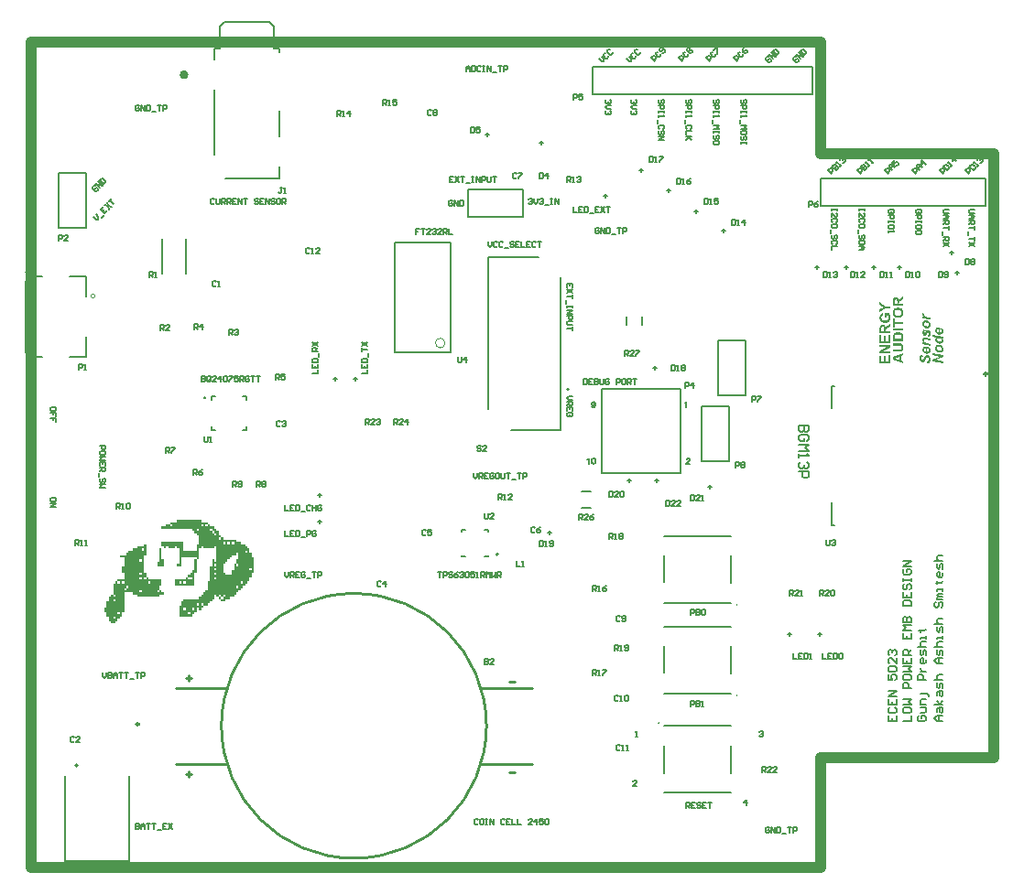
<source format=gto>
G04 Layer_Color=65535*
%FSLAX25Y25*%
%MOIN*%
G70*
G01*
G75*
%ADD38C,0.01000*%
%ADD42C,0.00800*%
%ADD43C,0.04000*%
%ADD54C,0.01575*%
%ADD55C,0.00787*%
%ADD56C,0.00000*%
%ADD57C,0.01102*%
%ADD58C,0.00500*%
%ADD59C,0.00600*%
%ADD60C,0.00700*%
G36*
X324539Y186039D02*
X324527D01*
X324492Y186033D01*
X324445Y186021D01*
X324381Y186004D01*
X324317Y185975D01*
X324246Y185940D01*
X324176Y185893D01*
X324118Y185834D01*
X324112Y185828D01*
X324094Y185805D01*
X324071Y185764D01*
X324042Y185705D01*
X324012Y185635D01*
X323989Y185553D01*
X323972Y185448D01*
X323966Y185331D01*
Y185325D01*
Y185319D01*
Y185302D01*
Y185278D01*
X323972Y185220D01*
X323977Y185150D01*
X323995Y185074D01*
X324012Y184998D01*
X324042Y184922D01*
X324083Y184863D01*
X324089Y184857D01*
X324106Y184840D01*
X324129Y184816D01*
X324165Y184793D01*
X324205Y184769D01*
X324252Y184746D01*
X324311Y184729D01*
X324375Y184723D01*
X324404D01*
X324434Y184729D01*
X324469Y184740D01*
X324516Y184752D01*
X324562Y184775D01*
X324603Y184804D01*
X324650Y184845D01*
X324656Y184851D01*
X324668Y184875D01*
X324697Y184910D01*
X324726Y184968D01*
X324773Y185044D01*
X324796Y185091D01*
X324820Y185144D01*
X324849Y185202D01*
X324884Y185267D01*
X324913Y185337D01*
X324948Y185419D01*
X324954Y185425D01*
X324960Y185448D01*
X324978Y185483D01*
X324995Y185524D01*
X325019Y185577D01*
X325048Y185635D01*
X325112Y185770D01*
X325188Y185916D01*
X325264Y186051D01*
X325305Y186115D01*
X325346Y186173D01*
X325381Y186220D01*
X325416Y186261D01*
Y186267D01*
X325428Y186273D01*
X325463Y186302D01*
X325522Y186349D01*
X325598Y186402D01*
X325697Y186448D01*
X325808Y186495D01*
X325943Y186524D01*
X326013Y186536D01*
X326136D01*
X326177Y186530D01*
X326218Y186524D01*
X326271Y186513D01*
X326329Y186501D01*
X326388Y186484D01*
X326458Y186466D01*
X326528Y186437D01*
X326598Y186407D01*
X326674Y186366D01*
X326744Y186320D01*
X326820Y186267D01*
X326891Y186203D01*
X326961Y186133D01*
X326967Y186127D01*
X326978Y186115D01*
X326996Y186092D01*
X327013Y186056D01*
X327043Y186015D01*
X327072Y185969D01*
X327107Y185910D01*
X327136Y185840D01*
X327171Y185764D01*
X327206Y185682D01*
X327236Y185588D01*
X327259Y185489D01*
X327283Y185378D01*
X327300Y185267D01*
X327312Y185138D01*
X327318Y185009D01*
Y185003D01*
Y184986D01*
Y184962D01*
Y184927D01*
X327312Y184881D01*
X327306Y184834D01*
Y184775D01*
X327294Y184717D01*
X327277Y184582D01*
X327248Y184436D01*
X327206Y184290D01*
X327154Y184149D01*
Y184143D01*
X327148Y184132D01*
X327136Y184114D01*
X327125Y184091D01*
X327084Y184027D01*
X327037Y183950D01*
X326967Y183863D01*
X326891Y183781D01*
X326797Y183699D01*
X326692Y183634D01*
X326686D01*
X326680Y183629D01*
X326662Y183623D01*
X326639Y183611D01*
X326575Y183588D01*
X326493Y183564D01*
X326393Y183535D01*
X326276Y183518D01*
X326148Y183500D01*
X326007D01*
X325966Y184255D01*
X326001D01*
X326025Y184260D01*
X326089Y184266D01*
X326165Y184272D01*
X326241Y184290D01*
X326323Y184313D01*
X326393Y184342D01*
X326452Y184378D01*
X326458Y184383D01*
X326481Y184413D01*
X326516Y184453D01*
X326551Y184524D01*
X326575Y184559D01*
X326592Y184606D01*
X326610Y184658D01*
X326622Y184717D01*
X326639Y184781D01*
X326645Y184851D01*
X326657Y184933D01*
Y185015D01*
Y185021D01*
Y185033D01*
Y185050D01*
Y185080D01*
X326651Y185150D01*
X326639Y185232D01*
X326622Y185325D01*
X326598Y185419D01*
X326569Y185506D01*
X326522Y185583D01*
X326516Y185588D01*
X326499Y185612D01*
X326469Y185641D01*
X326429Y185670D01*
X326376Y185705D01*
X326317Y185729D01*
X326253Y185752D01*
X326183Y185758D01*
X326153D01*
X326124Y185752D01*
X326083Y185741D01*
X326037Y185723D01*
X325990Y185694D01*
X325943Y185659D01*
X325896Y185612D01*
X325890Y185606D01*
X325879Y185588D01*
X325855Y185559D01*
X325826Y185506D01*
X325808Y185471D01*
X325791Y185436D01*
X325767Y185390D01*
X325738Y185337D01*
X325715Y185278D01*
X325686Y185214D01*
X325650Y185144D01*
X325615Y185062D01*
Y185056D01*
X325609Y185044D01*
X325598Y185021D01*
X325580Y184992D01*
X325569Y184951D01*
X325545Y184910D01*
X325504Y184816D01*
X325451Y184705D01*
X325399Y184600D01*
X325346Y184494D01*
X325294Y184407D01*
X325288Y184395D01*
X325270Y184372D01*
X325241Y184337D01*
X325200Y184290D01*
X325153Y184237D01*
X325095Y184184D01*
X325030Y184132D01*
X324954Y184085D01*
X324943Y184079D01*
X324919Y184067D01*
X324872Y184050D01*
X324814Y184027D01*
X324744Y184003D01*
X324662Y183985D01*
X324568Y183974D01*
X324469Y183968D01*
X324422D01*
X324387Y183974D01*
X324346Y183980D01*
X324299Y183985D01*
X324188Y184015D01*
X324059Y184056D01*
X323989Y184085D01*
X323925Y184114D01*
X323854Y184155D01*
X323790Y184202D01*
X323726Y184255D01*
X323661Y184319D01*
X323656Y184325D01*
X323650Y184337D01*
X323632Y184354D01*
X323609Y184383D01*
X323585Y184418D01*
X323562Y184465D01*
X323533Y184518D01*
X323498Y184576D01*
X323468Y184647D01*
X323439Y184723D01*
X323416Y184804D01*
X323392Y184898D01*
X323369Y184998D01*
X323351Y185103D01*
X323345Y185214D01*
X323340Y185337D01*
Y185343D01*
Y185366D01*
Y185401D01*
X323345Y185448D01*
X323351Y185506D01*
X323357Y185571D01*
X323369Y185641D01*
X323381Y185717D01*
X323416Y185887D01*
X323474Y186062D01*
X323509Y186144D01*
X323556Y186226D01*
X323603Y186308D01*
X323661Y186378D01*
X323667Y186384D01*
X323673Y186396D01*
X323696Y186413D01*
X323720Y186437D01*
X323749Y186466D01*
X323790Y186501D01*
X323837Y186536D01*
X323884Y186571D01*
X323942Y186606D01*
X324007Y186642D01*
X324077Y186677D01*
X324153Y186712D01*
X324323Y186764D01*
X324410Y186782D01*
X324510Y186794D01*
X324539Y186039D01*
D02*
G37*
G36*
X331930Y186542D02*
Y185811D01*
X329344Y184769D01*
X331930Y184231D01*
Y183500D01*
X328086Y184296D01*
Y185033D01*
X330660Y186074D01*
X328086Y186606D01*
Y187344D01*
X331930Y186542D01*
D02*
G37*
G36*
X325762Y189713D02*
X325838Y189707D01*
X325920Y189695D01*
X326089Y189666D01*
Y187776D01*
X326113D01*
X326136Y187770D01*
X326206D01*
X326259Y187776D01*
X326323Y187788D01*
X326393Y187811D01*
X326469Y187835D01*
X326540Y187876D01*
X326610Y187928D01*
X326616Y187934D01*
X326633Y187958D01*
X326662Y187993D01*
X326692Y188040D01*
X326727Y188098D01*
X326750Y188162D01*
X326774Y188239D01*
X326780Y188320D01*
Y188326D01*
Y188338D01*
Y188356D01*
X326774Y188385D01*
X326756Y188449D01*
X326733Y188537D01*
X326686Y188630D01*
X326657Y188677D01*
X326616Y188730D01*
X326575Y188777D01*
X326522Y188823D01*
X326464Y188870D01*
X326393Y188911D01*
X326504Y189584D01*
X326510D01*
X326522Y189572D01*
X326546Y189567D01*
X326569Y189549D01*
X326604Y189525D01*
X326645Y189502D01*
X326733Y189444D01*
X326832Y189368D01*
X326937Y189274D01*
X327031Y189169D01*
X327119Y189052D01*
Y189046D01*
X327125Y189034D01*
X327136Y189017D01*
X327148Y188993D01*
X327166Y188964D01*
X327183Y188929D01*
X327218Y188835D01*
X327253Y188730D01*
X327288Y188601D01*
X327312Y188467D01*
X327318Y188315D01*
Y188309D01*
Y188291D01*
Y188262D01*
X327312Y188221D01*
X327306Y188174D01*
X327300Y188116D01*
X327288Y188057D01*
X327271Y187993D01*
X327230Y187847D01*
X327201Y187770D01*
X327171Y187695D01*
X327131Y187618D01*
X327084Y187542D01*
X327031Y187472D01*
X326967Y187402D01*
X326961Y187396D01*
X326949Y187384D01*
X326932Y187367D01*
X326902Y187349D01*
X326867Y187320D01*
X326820Y187291D01*
X326774Y187262D01*
X326715Y187226D01*
X326651Y187191D01*
X326581Y187162D01*
X326499Y187133D01*
X326417Y187104D01*
X326323Y187086D01*
X326230Y187068D01*
X326124Y187057D01*
X326019Y187051D01*
X325960D01*
X325920Y187057D01*
X325873Y187063D01*
X325814Y187068D01*
X325750Y187080D01*
X325674Y187092D01*
X325516Y187127D01*
X325346Y187186D01*
X325258Y187221D01*
X325171Y187262D01*
X325083Y187314D01*
X325001Y187367D01*
X324995Y187373D01*
X324972Y187384D01*
X324943Y187414D01*
X324907Y187449D01*
X324861Y187490D01*
X324808Y187548D01*
X324755Y187613D01*
X324697Y187683D01*
X324638Y187765D01*
X324586Y187858D01*
X324533Y187958D01*
X324486Y188069D01*
X324451Y188192D01*
X324416Y188320D01*
X324398Y188455D01*
X324393Y188601D01*
Y188607D01*
Y188625D01*
Y188648D01*
X324398Y188683D01*
X324404Y188730D01*
X324410Y188777D01*
X324434Y188894D01*
X324469Y189022D01*
X324527Y189157D01*
X324562Y189227D01*
X324609Y189292D01*
X324656Y189356D01*
X324714Y189414D01*
X324720Y189420D01*
X324726Y189426D01*
X324749Y189444D01*
X324773Y189461D01*
X324802Y189485D01*
X324843Y189508D01*
X324890Y189537D01*
X324943Y189567D01*
X325001Y189596D01*
X325071Y189625D01*
X325142Y189648D01*
X325218Y189672D01*
X325305Y189689D01*
X325399Y189707D01*
X325493Y189713D01*
X325598Y189719D01*
X325697D01*
X325762Y189713D01*
D02*
G37*
G36*
X60300Y111300D02*
Y110500D01*
Y109700D01*
Y108900D01*
Y108100D01*
Y107300D01*
X59500D01*
Y106500D01*
Y105700D01*
Y104900D01*
Y104100D01*
Y103300D01*
Y102500D01*
X52300D01*
Y103300D01*
Y104100D01*
Y104900D01*
X56300D01*
Y105700D01*
X57100D01*
Y104900D01*
X58700D01*
Y105700D01*
X57100D01*
Y106500D01*
X57900D01*
Y107300D01*
X58700D01*
Y108100D01*
X59500D01*
Y108900D01*
Y109700D01*
Y110500D01*
Y111300D01*
Y112100D01*
X60300D01*
Y111300D01*
D02*
G37*
G36*
X315605Y203835D02*
X315669D01*
X315751Y203823D01*
X315839Y203811D01*
X315944Y203800D01*
X316049Y203776D01*
X316166Y203753D01*
X316283Y203718D01*
X316406Y203677D01*
X316529Y203624D01*
X316646Y203566D01*
X316763Y203501D01*
X316874Y203419D01*
X316979Y203331D01*
X316985Y203326D01*
X317003Y203308D01*
X317026Y203279D01*
X317061Y203238D01*
X317102Y203191D01*
X317143Y203127D01*
X317190Y203057D01*
X317237Y202975D01*
X317289Y202881D01*
X317336Y202782D01*
X317377Y202671D01*
X317418Y202548D01*
X317453Y202419D01*
X317477Y202284D01*
X317494Y202138D01*
X317500Y201980D01*
Y201969D01*
Y201945D01*
X317494Y201898D01*
Y201840D01*
X317482Y201770D01*
X317471Y201682D01*
X317459Y201588D01*
X317436Y201489D01*
X317406Y201383D01*
X317371Y201272D01*
X317330Y201161D01*
X317278Y201050D01*
X317219Y200933D01*
X317149Y200828D01*
X317073Y200722D01*
X316979Y200623D01*
X316973Y200617D01*
X316956Y200600D01*
X316927Y200576D01*
X316886Y200547D01*
X316833Y200506D01*
X316769Y200465D01*
X316693Y200418D01*
X316605Y200371D01*
X316506Y200325D01*
X316400Y200278D01*
X316283Y200237D01*
X316155Y200196D01*
X316014Y200167D01*
X315868Y200143D01*
X315710Y200126D01*
X315540Y200120D01*
X315441D01*
X315388Y200126D01*
X315330Y200132D01*
X315265D01*
X315195Y200143D01*
X315037Y200161D01*
X314873Y200190D01*
X314709Y200231D01*
X314552Y200290D01*
X314546D01*
X314540Y200295D01*
X314505Y200313D01*
X314446Y200342D01*
X314376Y200383D01*
X314294Y200436D01*
X314206Y200494D01*
X314113Y200570D01*
X314025Y200646D01*
X314013Y200658D01*
X313984Y200687D01*
X313943Y200734D01*
X313896Y200793D01*
X313838Y200869D01*
X313779Y200951D01*
X313727Y201044D01*
X313680Y201144D01*
Y201150D01*
X313674Y201161D01*
X313662Y201179D01*
X313657Y201208D01*
X313645Y201243D01*
X313627Y201284D01*
X313616Y201331D01*
X313598Y201383D01*
X313575Y201506D01*
X313545Y201647D01*
X313528Y201805D01*
X313522Y201974D01*
Y201986D01*
Y202009D01*
X313528Y202056D01*
Y202115D01*
X313540Y202185D01*
X313551Y202267D01*
X313569Y202360D01*
X313586Y202460D01*
X313616Y202571D01*
X313651Y202676D01*
X313698Y202793D01*
X313744Y202904D01*
X313809Y203016D01*
X313879Y203127D01*
X313961Y203232D01*
X314054Y203331D01*
X314060Y203337D01*
X314078Y203355D01*
X314107Y203378D01*
X314154Y203413D01*
X314206Y203449D01*
X314271Y203495D01*
X314347Y203536D01*
X314435Y203589D01*
X314534Y203636D01*
X314645Y203682D01*
X314762Y203724D01*
X314891Y203759D01*
X315031Y203794D01*
X315183Y203817D01*
X315347Y203835D01*
X315517Y203840D01*
X315558D01*
X315605Y203835D01*
D02*
G37*
G36*
X311074Y204361D02*
X312683D01*
Y203583D01*
X311069D01*
X308840Y202179D01*
Y203080D01*
X310367Y203987D01*
X308840Y204876D01*
Y205765D01*
X311074Y204361D01*
D02*
G37*
G36*
X317430Y206959D02*
X316599Y206409D01*
X316593Y206403D01*
X316582Y206397D01*
X316558Y206379D01*
X316529Y206362D01*
X316488Y206338D01*
X316453Y206309D01*
X316359Y206245D01*
X316260Y206181D01*
X316172Y206110D01*
X316090Y206046D01*
X316055Y206023D01*
X316032Y205999D01*
X316026Y205993D01*
X316014Y205982D01*
X315991Y205958D01*
X315967Y205929D01*
X315915Y205853D01*
X315891Y205812D01*
X315874Y205765D01*
Y205759D01*
X315868Y205742D01*
X315856Y205712D01*
X315850Y205672D01*
X315839Y205619D01*
X315833Y205555D01*
X315827Y205473D01*
Y205379D01*
Y205227D01*
X317430D01*
Y204449D01*
X313586D01*
Y206069D01*
Y206075D01*
Y206099D01*
Y206128D01*
Y206169D01*
X313592Y206221D01*
Y206280D01*
Y206344D01*
X313598Y206409D01*
X313610Y206555D01*
X313633Y206701D01*
X313657Y206841D01*
X313674Y206906D01*
X313692Y206959D01*
Y206964D01*
X313698Y206970D01*
X313709Y207005D01*
X313738Y207058D01*
X313779Y207122D01*
X313832Y207192D01*
X313896Y207269D01*
X313972Y207339D01*
X314066Y207409D01*
X314078Y207415D01*
X314113Y207438D01*
X314165Y207462D01*
X314242Y207497D01*
X314329Y207526D01*
X314429Y207555D01*
X314546Y207573D01*
X314669Y207579D01*
X314709D01*
X314739Y207573D01*
X314780D01*
X314821Y207567D01*
X314920Y207549D01*
X315031Y207514D01*
X315154Y207468D01*
X315271Y207409D01*
X315330Y207368D01*
X315382Y207321D01*
X315388D01*
X315394Y207310D01*
X315406Y207292D01*
X315429Y207274D01*
X315447Y207245D01*
X315476Y207216D01*
X315505Y207175D01*
X315534Y207134D01*
X315564Y207081D01*
X315593Y207029D01*
X315622Y206964D01*
X315651Y206894D01*
X315681Y206824D01*
X315704Y206742D01*
X315722Y206660D01*
X315739Y206567D01*
Y206572D01*
X315745Y206578D01*
X315763Y206608D01*
X315792Y206654D01*
X315833Y206713D01*
X315880Y206777D01*
X315938Y206847D01*
X315997Y206918D01*
X316061Y206982D01*
X316067Y206988D01*
X316096Y207011D01*
X316137Y207046D01*
X316201Y207099D01*
X316289Y207163D01*
X316394Y207233D01*
X316459Y207280D01*
X316529Y207321D01*
X316599Y207368D01*
X316681Y207421D01*
X317430Y207889D01*
Y206959D01*
D02*
G37*
G36*
X330444Y190339D02*
X330502Y190333D01*
X330573Y190321D01*
X330649Y190309D01*
X330736Y190292D01*
X330824Y190269D01*
X330918Y190239D01*
X331017Y190204D01*
X331117Y190163D01*
X331216Y190111D01*
X331315Y190052D01*
X331415Y189988D01*
X331509Y189912D01*
X331514Y189906D01*
X331532Y189894D01*
X331555Y189865D01*
X331585Y189836D01*
X331620Y189789D01*
X331667Y189736D01*
X331708Y189678D01*
X331754Y189607D01*
X331801Y189525D01*
X331842Y189438D01*
X331883Y189344D01*
X331924Y189239D01*
X331953Y189128D01*
X331977Y189011D01*
X331994Y188888D01*
X332000Y188753D01*
Y188748D01*
Y188736D01*
Y188718D01*
Y188689D01*
X331994Y188654D01*
Y188613D01*
X331982Y188519D01*
X331965Y188414D01*
X331936Y188297D01*
X331901Y188174D01*
X331848Y188057D01*
Y188051D01*
X331842Y188046D01*
X331819Y188010D01*
X331784Y187952D01*
X331731Y187888D01*
X331672Y187811D01*
X331596Y187741D01*
X331503Y187671D01*
X331403Y187607D01*
X331397D01*
X331392Y187601D01*
X331374Y187595D01*
X331351Y187583D01*
X331292Y187560D01*
X331216Y187537D01*
X331122Y187507D01*
X331017Y187484D01*
X330900Y187466D01*
X330777Y187460D01*
X330742D01*
X330701Y187466D01*
X330649D01*
X330584Y187472D01*
X330508Y187484D01*
X330420Y187496D01*
X330333Y187513D01*
X330233Y187537D01*
X330134Y187566D01*
X330029Y187601D01*
X329923Y187642D01*
X329824Y187695D01*
X329724Y187753D01*
X329625Y187817D01*
X329537Y187893D01*
X329531Y187899D01*
X329520Y187911D01*
X329496Y187940D01*
X329467Y187969D01*
X329432Y188016D01*
X329391Y188069D01*
X329350Y188127D01*
X329303Y188198D01*
X329262Y188274D01*
X329221Y188361D01*
X329180Y188455D01*
X329145Y188560D01*
X329116Y188666D01*
X329093Y188783D01*
X329081Y188905D01*
X329075Y189034D01*
Y189040D01*
Y189063D01*
Y189093D01*
X329081Y189139D01*
X329087Y189186D01*
X329093Y189251D01*
X329104Y189315D01*
X329116Y189385D01*
X329157Y189543D01*
X329186Y189625D01*
X329221Y189701D01*
X329262Y189783D01*
X329303Y189859D01*
X329362Y189929D01*
X329420Y189999D01*
X329426Y190005D01*
X329438Y190017D01*
X329455Y190029D01*
X329485Y190052D01*
X329514Y190081D01*
X329555Y190111D01*
X329607Y190140D01*
X329660Y190175D01*
X329724Y190204D01*
X329795Y190233D01*
X329865Y190263D01*
X329947Y190292D01*
X330034Y190315D01*
X330128Y190327D01*
X330227Y190339D01*
X330333Y190345D01*
X330397D01*
X330444Y190339D01*
D02*
G37*
G36*
Y196657D02*
X330520Y196651D01*
X330602Y196639D01*
X330771Y196610D01*
Y194720D01*
X330795D01*
X330818Y194714D01*
X330889D01*
X330941Y194720D01*
X331006Y194732D01*
X331076Y194755D01*
X331152Y194779D01*
X331222Y194820D01*
X331292Y194872D01*
X331298Y194878D01*
X331315Y194902D01*
X331345Y194937D01*
X331374Y194983D01*
X331409Y195042D01*
X331433Y195106D01*
X331456Y195182D01*
X331462Y195264D01*
Y195270D01*
Y195282D01*
Y195299D01*
X331456Y195329D01*
X331438Y195393D01*
X331415Y195481D01*
X331368Y195574D01*
X331339Y195621D01*
X331298Y195674D01*
X331257Y195721D01*
X331204Y195767D01*
X331146Y195814D01*
X331076Y195855D01*
X331187Y196528D01*
X331193D01*
X331204Y196516D01*
X331228Y196510D01*
X331251Y196493D01*
X331286Y196469D01*
X331327Y196446D01*
X331415Y196388D01*
X331514Y196311D01*
X331620Y196218D01*
X331713Y196113D01*
X331801Y195996D01*
Y195990D01*
X331807Y195978D01*
X331819Y195960D01*
X331830Y195937D01*
X331848Y195908D01*
X331866Y195873D01*
X331901Y195779D01*
X331936Y195674D01*
X331971Y195545D01*
X331994Y195411D01*
X332000Y195258D01*
Y195253D01*
Y195235D01*
Y195206D01*
X331994Y195165D01*
X331988Y195118D01*
X331982Y195060D01*
X331971Y195001D01*
X331953Y194937D01*
X331912Y194790D01*
X331883Y194714D01*
X331854Y194638D01*
X331813Y194562D01*
X331766Y194486D01*
X331713Y194416D01*
X331649Y194346D01*
X331643Y194340D01*
X331631Y194328D01*
X331614Y194311D01*
X331585Y194293D01*
X331550Y194264D01*
X331503Y194235D01*
X331456Y194205D01*
X331397Y194170D01*
X331333Y194135D01*
X331263Y194106D01*
X331181Y194077D01*
X331099Y194048D01*
X331006Y194030D01*
X330912Y194012D01*
X330807Y194001D01*
X330701Y193995D01*
X330643D01*
X330602Y194001D01*
X330555Y194007D01*
X330497Y194012D01*
X330432Y194024D01*
X330356Y194036D01*
X330198Y194071D01*
X330029Y194129D01*
X329941Y194165D01*
X329853Y194205D01*
X329765Y194258D01*
X329683Y194311D01*
X329678Y194317D01*
X329654Y194328D01*
X329625Y194358D01*
X329590Y194393D01*
X329543Y194434D01*
X329490Y194492D01*
X329438Y194556D01*
X329379Y194627D01*
X329321Y194709D01*
X329268Y194802D01*
X329215Y194902D01*
X329169Y195013D01*
X329134Y195136D01*
X329098Y195264D01*
X329081Y195399D01*
X329075Y195545D01*
Y195551D01*
Y195569D01*
Y195592D01*
X329081Y195627D01*
X329087Y195674D01*
X329093Y195721D01*
X329116Y195838D01*
X329151Y195966D01*
X329209Y196101D01*
X329245Y196171D01*
X329291Y196235D01*
X329338Y196300D01*
X329397Y196358D01*
X329403Y196364D01*
X329408Y196370D01*
X329432Y196388D01*
X329455Y196405D01*
X329485Y196429D01*
X329525Y196452D01*
X329572Y196481D01*
X329625Y196510D01*
X329683Y196540D01*
X329754Y196569D01*
X329824Y196592D01*
X329900Y196616D01*
X329988Y196633D01*
X330081Y196651D01*
X330175Y196657D01*
X330280Y196662D01*
X330380D01*
X330444Y196657D01*
D02*
G37*
G36*
X325762Y199190D02*
X325820Y199184D01*
X325890Y199172D01*
X325966Y199160D01*
X326054Y199143D01*
X326142Y199119D01*
X326235Y199090D01*
X326335Y199055D01*
X326434Y199014D01*
X326534Y198962D01*
X326633Y198903D01*
X326733Y198839D01*
X326826Y198763D01*
X326832Y198757D01*
X326850Y198745D01*
X326873Y198716D01*
X326902Y198687D01*
X326937Y198640D01*
X326984Y198587D01*
X327025Y198529D01*
X327072Y198458D01*
X327119Y198377D01*
X327160Y198289D01*
X327201Y198195D01*
X327242Y198090D01*
X327271Y197979D01*
X327294Y197862D01*
X327312Y197739D01*
X327318Y197604D01*
Y197599D01*
Y197587D01*
Y197569D01*
Y197540D01*
X327312Y197505D01*
Y197464D01*
X327300Y197370D01*
X327283Y197265D01*
X327253Y197148D01*
X327218Y197025D01*
X327166Y196908D01*
Y196902D01*
X327160Y196897D01*
X327136Y196861D01*
X327101Y196803D01*
X327049Y196739D01*
X326990Y196662D01*
X326914Y196592D01*
X326820Y196522D01*
X326721Y196458D01*
X326715D01*
X326709Y196452D01*
X326692Y196446D01*
X326668Y196434D01*
X326610Y196411D01*
X326534Y196388D01*
X326440Y196358D01*
X326335Y196335D01*
X326218Y196317D01*
X326095Y196311D01*
X326060D01*
X326019Y196317D01*
X325966D01*
X325902Y196323D01*
X325826Y196335D01*
X325738Y196347D01*
X325650Y196364D01*
X325551Y196388D01*
X325451Y196417D01*
X325346Y196452D01*
X325241Y196493D01*
X325142Y196546D01*
X325042Y196604D01*
X324943Y196668D01*
X324855Y196744D01*
X324849Y196750D01*
X324837Y196762D01*
X324814Y196791D01*
X324785Y196820D01*
X324749Y196867D01*
X324709Y196920D01*
X324668Y196978D01*
X324621Y197049D01*
X324580Y197125D01*
X324539Y197212D01*
X324498Y197306D01*
X324463Y197411D01*
X324434Y197517D01*
X324410Y197634D01*
X324398Y197756D01*
X324393Y197885D01*
Y197891D01*
Y197914D01*
Y197944D01*
X324398Y197991D01*
X324404Y198037D01*
X324410Y198102D01*
X324422Y198166D01*
X324434Y198236D01*
X324475Y198394D01*
X324504Y198476D01*
X324539Y198552D01*
X324580Y198634D01*
X324621Y198710D01*
X324679Y198780D01*
X324738Y198850D01*
X324744Y198856D01*
X324755Y198868D01*
X324773Y198880D01*
X324802Y198903D01*
X324831Y198932D01*
X324872Y198962D01*
X324925Y198991D01*
X324978Y199026D01*
X325042Y199055D01*
X325112Y199084D01*
X325182Y199114D01*
X325264Y199143D01*
X325352Y199166D01*
X325446Y199178D01*
X325545Y199190D01*
X325650Y199196D01*
X325715D01*
X325762Y199190D01*
D02*
G37*
G36*
X325095Y201518D02*
Y201512D01*
X325089Y201501D01*
X325083Y201477D01*
X325071Y201454D01*
X325060Y201378D01*
X325054Y201296D01*
Y201290D01*
Y201261D01*
X325060Y201225D01*
X325071Y201173D01*
X325089Y201114D01*
X325118Y201044D01*
X325153Y200974D01*
X325206Y200898D01*
X325212Y200892D01*
X325235Y200863D01*
X325264Y200828D01*
X325311Y200787D01*
X325364Y200734D01*
X325434Y200681D01*
X325510Y200629D01*
X325598Y200582D01*
X325609Y200576D01*
X325621Y200570D01*
X325645Y200565D01*
X325668Y200553D01*
X325703Y200541D01*
X325744Y200529D01*
X325785Y200512D01*
X325838Y200494D01*
X325896Y200477D01*
X325960Y200459D01*
X326031Y200442D01*
X326107Y200424D01*
X326189Y200401D01*
X326276Y200383D01*
X326376Y200360D01*
X327248Y200178D01*
Y199435D01*
X324463Y200015D01*
Y200711D01*
X324989Y200605D01*
X324984Y200611D01*
X324966Y200623D01*
X324937Y200646D01*
X324896Y200676D01*
X324849Y200711D01*
X324802Y200752D01*
X324744Y200804D01*
X324691Y200857D01*
X324580Y200986D01*
X324533Y201056D01*
X324486Y201126D01*
X324445Y201208D01*
X324416Y201284D01*
X324398Y201372D01*
X324393Y201454D01*
Y201460D01*
Y201483D01*
X324398Y201518D01*
X324404Y201559D01*
X324410Y201612D01*
X324428Y201670D01*
X324445Y201734D01*
X324475Y201805D01*
X325095Y201518D01*
D02*
G37*
G36*
X325241Y195264D02*
X325235D01*
X325218Y195253D01*
X325188Y195241D01*
X325159Y195218D01*
X325124Y195194D01*
X325083Y195165D01*
X325048Y195124D01*
X325019Y195083D01*
X325013Y195077D01*
X325001Y195054D01*
X324984Y195019D01*
X324966Y194972D01*
X324948Y194907D01*
X324931Y194843D01*
X324919Y194761D01*
X324913Y194679D01*
Y194668D01*
Y194644D01*
X324919Y194597D01*
X324925Y194551D01*
X324948Y194439D01*
X324966Y194387D01*
X324995Y194340D01*
X325001Y194334D01*
X325007Y194323D01*
X325025Y194311D01*
X325048Y194293D01*
X325106Y194258D01*
X325136Y194246D01*
X325177Y194241D01*
X325194D01*
X325212Y194246D01*
X325235Y194252D01*
X325264Y194264D01*
X325294Y194281D01*
X325323Y194305D01*
X325352Y194340D01*
Y194346D01*
X325358Y194358D01*
X325370Y194381D01*
X325387Y194422D01*
X325405Y194475D01*
X325428Y194551D01*
X325446Y194597D01*
X325463Y194644D01*
X325481Y194703D01*
X325498Y194767D01*
Y194773D01*
X325504Y194790D01*
X325516Y194820D01*
X325528Y194855D01*
X325539Y194902D01*
X325557Y194948D01*
X325598Y195065D01*
X325645Y195188D01*
X325697Y195311D01*
X325756Y195416D01*
X325785Y195463D01*
X325814Y195504D01*
Y195510D01*
X325826Y195516D01*
X325855Y195545D01*
X325896Y195586D01*
X325960Y195639D01*
X326037Y195686D01*
X326130Y195727D01*
X326230Y195756D01*
X326282Y195767D01*
X326382D01*
X326405Y195762D01*
X326440Y195756D01*
X326481Y195750D01*
X326575Y195727D01*
X326686Y195686D01*
X326739Y195662D01*
X326797Y195627D01*
X326861Y195586D01*
X326920Y195545D01*
X326973Y195492D01*
X327031Y195434D01*
X327037Y195428D01*
X327043Y195416D01*
X327054Y195399D01*
X327078Y195376D01*
X327095Y195340D01*
X327119Y195299D01*
X327148Y195247D01*
X327171Y195194D01*
X327201Y195130D01*
X327224Y195060D01*
X327253Y194978D01*
X327271Y194896D01*
X327288Y194808D01*
X327306Y194709D01*
X327312Y194603D01*
X327318Y194492D01*
Y194486D01*
Y194463D01*
Y194434D01*
X327312Y194393D01*
Y194340D01*
X327306Y194281D01*
X327300Y194217D01*
X327288Y194153D01*
X327265Y194001D01*
X327224Y193849D01*
X327171Y193697D01*
X327136Y193626D01*
X327101Y193562D01*
Y193556D01*
X327090Y193550D01*
X327078Y193533D01*
X327060Y193509D01*
X327008Y193451D01*
X326937Y193386D01*
X326850Y193310D01*
X326744Y193234D01*
X326616Y193170D01*
X326475Y193117D01*
X326358Y193843D01*
X326370Y193849D01*
X326393Y193860D01*
X326434Y193878D01*
X326487Y193907D01*
X326540Y193942D01*
X326592Y193983D01*
X326645Y194030D01*
X326686Y194083D01*
X326692Y194088D01*
X326698Y194112D01*
X326715Y194141D01*
X326733Y194188D01*
X326750Y194241D01*
X326762Y194311D01*
X326774Y194387D01*
X326780Y194475D01*
Y194480D01*
Y194486D01*
Y194516D01*
X326774Y194568D01*
X326768Y194627D01*
X326750Y194691D01*
X326733Y194761D01*
X326703Y194831D01*
X326668Y194890D01*
X326662Y194896D01*
X326651Y194907D01*
X326639Y194925D01*
X326616Y194948D01*
X326551Y194983D01*
X326516Y194995D01*
X326475Y195001D01*
X326464D01*
X326429Y194995D01*
X326382Y194978D01*
X326335Y194943D01*
X326323Y194931D01*
X326311Y194913D01*
X326294Y194884D01*
X326276Y194843D01*
X326253Y194785D01*
X326224Y194720D01*
X326195Y194632D01*
Y194627D01*
X326183Y194603D01*
X326171Y194568D01*
X326159Y194521D01*
X326136Y194469D01*
X326113Y194410D01*
X326066Y194270D01*
X326007Y194124D01*
X325949Y193989D01*
X325920Y193925D01*
X325890Y193866D01*
X325861Y193819D01*
X325838Y193784D01*
X325826Y193773D01*
X325802Y193743D01*
X325756Y193702D01*
X325691Y193661D01*
X325615Y193615D01*
X325522Y193574D01*
X325416Y193544D01*
X325358Y193539D01*
X325299Y193533D01*
X325270D01*
X325247Y193539D01*
X325182Y193544D01*
X325106Y193562D01*
X325019Y193591D01*
X324919Y193638D01*
X324826Y193697D01*
X324732Y193778D01*
X324726Y193784D01*
X324714Y193796D01*
X324703Y193814D01*
X324679Y193843D01*
X324656Y193878D01*
X324627Y193925D01*
X324592Y193972D01*
X324562Y194036D01*
X324533Y194100D01*
X324498Y194176D01*
X324469Y194258D01*
X324445Y194352D01*
X324422Y194451D01*
X324404Y194556D01*
X324398Y194674D01*
X324393Y194796D01*
Y194802D01*
Y194820D01*
Y194849D01*
Y194884D01*
X324398Y194931D01*
X324404Y194983D01*
X324416Y195100D01*
X324440Y195229D01*
X324475Y195364D01*
X324527Y195498D01*
X324556Y195557D01*
X324592Y195609D01*
Y195615D01*
X324603Y195621D01*
X324627Y195656D01*
X324674Y195703D01*
X324732Y195756D01*
X324808Y195814D01*
X324902Y195873D01*
X325007Y195925D01*
X325124Y195960D01*
X325241Y195264D01*
D02*
G37*
G36*
X41900Y116900D02*
Y116100D01*
Y115300D01*
Y114500D01*
Y113700D01*
X41100D01*
Y112900D01*
Y112100D01*
Y111300D01*
Y110500D01*
Y109700D01*
Y108900D01*
Y108100D01*
Y107300D01*
X41900D01*
Y106500D01*
Y105700D01*
X42700D01*
Y104900D01*
X47500D01*
Y104100D01*
Y103300D01*
Y102500D01*
X46700D01*
Y101700D01*
Y100900D01*
X47500D01*
Y100100D01*
X48300D01*
Y99300D01*
X46700D01*
Y98500D01*
X38700D01*
Y99300D01*
X37100D01*
Y100100D01*
X33900D01*
Y99300D01*
Y98500D01*
Y97700D01*
Y96900D01*
Y96100D01*
Y95300D01*
Y94500D01*
Y93700D01*
Y92900D01*
X33100D01*
Y92100D01*
Y91300D01*
X32300D01*
Y90500D01*
X31500D01*
Y89700D01*
X30700D01*
Y88900D01*
X29100D01*
Y89700D01*
X28300D01*
Y90500D01*
Y91300D01*
X27500D01*
Y92100D01*
Y92900D01*
X26700D01*
Y93700D01*
Y94500D01*
X27500D01*
Y95300D01*
Y96100D01*
Y96900D01*
X28300D01*
Y97700D01*
Y98500D01*
X29100D01*
Y99300D01*
X29900D01*
Y98500D01*
X30700D01*
Y99300D01*
X29900D01*
Y100100D01*
Y100900D01*
Y101700D01*
Y102500D01*
Y103300D01*
X30700D01*
Y104100D01*
X31500D01*
Y103300D01*
X32300D01*
Y104100D01*
X31500D01*
Y104900D01*
X33900D01*
Y105700D01*
Y106500D01*
Y107300D01*
X33100D01*
Y108100D01*
Y108900D01*
Y109700D01*
X33900D01*
Y110500D01*
Y111300D01*
Y112100D01*
Y112900D01*
X32300D01*
Y113700D01*
X34700D01*
Y114500D01*
X35500D01*
Y115300D01*
X37100D01*
Y116100D01*
X38700D01*
Y116900D01*
X41100D01*
Y117700D01*
X41900D01*
Y116900D01*
D02*
G37*
G36*
X325194Y192913D02*
X325247Y192907D01*
X325323Y192895D01*
X325422Y192877D01*
X325539Y192854D01*
X325604Y192842D01*
X325680Y192825D01*
X327248Y192486D01*
Y191743D01*
X325674Y192082D01*
X325668D01*
X325656Y192088D01*
X325639D01*
X325615Y192094D01*
X325557Y192105D01*
X325487Y192117D01*
X325416Y192129D01*
X325346Y192146D01*
X325294Y192152D01*
X325270Y192158D01*
X325229D01*
X325200Y192152D01*
X325171Y192146D01*
X325130Y192135D01*
X325095Y192123D01*
X325054Y192099D01*
X325019Y192070D01*
X325013Y192064D01*
X325007Y192053D01*
X324989Y192035D01*
X324972Y192006D01*
X324960Y191971D01*
X324943Y191930D01*
X324937Y191883D01*
X324931Y191824D01*
Y191819D01*
Y191795D01*
X324937Y191760D01*
X324948Y191713D01*
X324966Y191661D01*
X324989Y191596D01*
X325025Y191526D01*
X325071Y191450D01*
X325077Y191438D01*
X325095Y191415D01*
X325130Y191380D01*
X325171Y191333D01*
X325223Y191280D01*
X325288Y191228D01*
X325358Y191169D01*
X325440Y191123D01*
X325446Y191117D01*
X325475Y191111D01*
X325516Y191093D01*
X325551Y191082D01*
X325586Y191070D01*
X325627Y191052D01*
X325674Y191041D01*
X325727Y191023D01*
X325791Y191006D01*
X325861Y190988D01*
X325931Y190971D01*
X326019Y190953D01*
X326107Y190929D01*
X327248Y190696D01*
Y189953D01*
X324463Y190532D01*
Y191240D01*
X324831Y191169D01*
Y191175D01*
X324820Y191181D01*
X324791Y191216D01*
X324749Y191269D01*
X324703Y191333D01*
X324644Y191409D01*
X324592Y191497D01*
X324539Y191585D01*
X324498Y191673D01*
X324492Y191684D01*
X324480Y191713D01*
X324463Y191760D01*
X324445Y191824D01*
X324428Y191901D01*
X324410Y191982D01*
X324398Y192076D01*
X324393Y192170D01*
Y192175D01*
Y192187D01*
Y192205D01*
X324398Y192228D01*
X324404Y192287D01*
X324416Y192369D01*
X324445Y192456D01*
X324480Y192544D01*
X324527Y192632D01*
X324597Y192714D01*
X324609Y192726D01*
X324633Y192749D01*
X324679Y192778D01*
X324738Y192819D01*
X324814Y192854D01*
X324902Y192889D01*
X325007Y192913D01*
X325124Y192919D01*
X325153D01*
X325194Y192913D01*
D02*
G37*
G36*
X331930Y193188D02*
Y192480D01*
X331631Y192538D01*
X331637Y192526D01*
X331667Y192503D01*
X331702Y192462D01*
X331743Y192410D01*
X331789Y192351D01*
X331836Y192281D01*
X331883Y192211D01*
X331918Y192135D01*
X331924Y192129D01*
X331930Y192099D01*
X331942Y192059D01*
X331959Y192006D01*
X331977Y191942D01*
X331988Y191866D01*
X331994Y191784D01*
X332000Y191690D01*
Y191684D01*
Y191673D01*
Y191649D01*
X331994Y191620D01*
X331988Y191579D01*
X331982Y191538D01*
X331965Y191438D01*
X331930Y191327D01*
X331877Y191210D01*
X331842Y191152D01*
X331801Y191093D01*
X331760Y191041D01*
X331708Y190988D01*
X331702D01*
X331696Y190976D01*
X331678Y190965D01*
X331649Y190947D01*
X331620Y190929D01*
X331585Y190906D01*
X331538Y190883D01*
X331485Y190859D01*
X331427Y190830D01*
X331362Y190807D01*
X331292Y190783D01*
X331210Y190766D01*
X331128Y190748D01*
X331035Y190736D01*
X330935Y190731D01*
X330830Y190725D01*
X330766D01*
X330719Y190731D01*
X330660Y190736D01*
X330590Y190742D01*
X330514Y190754D01*
X330426Y190772D01*
X330339Y190795D01*
X330239Y190818D01*
X330140Y190848D01*
X330040Y190883D01*
X329935Y190929D01*
X329830Y190982D01*
X329724Y191041D01*
X329619Y191105D01*
X329613Y191111D01*
X329596Y191123D01*
X329566Y191146D01*
X329531Y191175D01*
X329490Y191210D01*
X329449Y191257D01*
X329397Y191316D01*
X329344Y191374D01*
X329297Y191444D01*
X329245Y191520D01*
X329204Y191602D01*
X329157Y191690D01*
X329128Y191789D01*
X329098Y191895D01*
X329081Y192000D01*
X329075Y192117D01*
Y192123D01*
Y192140D01*
Y192170D01*
X329081Y192211D01*
X329087Y192257D01*
X329098Y192310D01*
X329134Y192439D01*
X329157Y192503D01*
X329186Y192573D01*
X329221Y192644D01*
X329262Y192714D01*
X329315Y192784D01*
X329379Y192848D01*
X329444Y192907D01*
X329525Y192965D01*
X328086Y193275D01*
Y194024D01*
X331930Y193188D01*
D02*
G37*
G36*
X312683Y183500D02*
X308840D01*
Y186343D01*
X309489D01*
Y184278D01*
X310343D01*
Y186197D01*
X310993D01*
Y184278D01*
X312034D01*
Y186419D01*
X312683D01*
Y183500D01*
D02*
G37*
G36*
Y190953D02*
X308840D01*
Y193796D01*
X309489D01*
Y191731D01*
X310343D01*
Y193650D01*
X310993D01*
Y191731D01*
X312034D01*
Y193872D01*
X312683D01*
Y190953D01*
D02*
G37*
G36*
X317430Y186513D02*
X316558Y186185D01*
Y184635D01*
X317430Y184319D01*
Y183500D01*
X313586Y184992D01*
Y185811D01*
X317430Y187355D01*
Y186513D01*
D02*
G37*
G36*
X315669Y194843D02*
X315716D01*
X315827Y194831D01*
X315956Y194820D01*
X316090Y194796D01*
X316231Y194767D01*
X316365Y194726D01*
X316371D01*
X316383Y194720D01*
X316406Y194714D01*
X316435Y194703D01*
X316470Y194685D01*
X316511Y194668D01*
X316605Y194621D01*
X316716Y194562D01*
X316827Y194492D01*
X316938Y194410D01*
X317044Y194317D01*
X317050Y194305D01*
X317079Y194281D01*
X317114Y194235D01*
X317155Y194176D01*
X317208Y194094D01*
X317260Y194001D01*
X317307Y193895D01*
X317354Y193773D01*
X317360Y193761D01*
X317366Y193726D01*
X317377Y193673D01*
X317389Y193591D01*
X317406Y193498D01*
X317418Y193381D01*
X317424Y193240D01*
X317430Y193088D01*
Y191637D01*
X313586D01*
Y193047D01*
Y193053D01*
Y193071D01*
Y193094D01*
Y193129D01*
Y193164D01*
X313592Y193211D01*
X313598Y193316D01*
X313604Y193439D01*
X313616Y193556D01*
X313639Y193673D01*
X313662Y193778D01*
Y193784D01*
X313668Y193796D01*
X313674Y193814D01*
X313680Y193837D01*
X313709Y193895D01*
X313744Y193977D01*
X313791Y194065D01*
X313856Y194159D01*
X313931Y194258D01*
X314019Y194352D01*
Y194358D01*
X314031Y194363D01*
X314066Y194393D01*
X314119Y194434D01*
X314189Y194492D01*
X314282Y194551D01*
X314388Y194609D01*
X314505Y194668D01*
X314639Y194720D01*
X314645D01*
X314657Y194726D01*
X314674Y194732D01*
X314704Y194738D01*
X314739Y194749D01*
X314786Y194761D01*
X314832Y194773D01*
X314891Y194785D01*
X314955Y194796D01*
X315020Y194808D01*
X315178Y194831D01*
X315353Y194843D01*
X315546Y194849D01*
X315628D01*
X315669Y194843D01*
D02*
G37*
G36*
X61900Y125700D02*
X64300D01*
Y124900D01*
X65100D01*
Y124100D01*
X66700D01*
Y123300D01*
X67500D01*
Y122500D01*
X68300D01*
Y121700D01*
Y120900D01*
X69100D01*
Y120100D01*
X69900D01*
Y119300D01*
X74700D01*
Y118500D01*
X76300D01*
Y117700D01*
X77900D01*
Y116900D01*
X78700D01*
Y116100D01*
X79500D01*
Y115300D01*
Y114500D01*
X80300D01*
Y113700D01*
Y112900D01*
X81100D01*
Y112100D01*
Y111300D01*
Y110500D01*
Y109700D01*
Y108900D01*
Y108100D01*
Y107300D01*
X80300D01*
Y106500D01*
Y105700D01*
X79500D01*
Y104900D01*
Y104100D01*
X78700D01*
Y103300D01*
X77900D01*
Y102500D01*
X77100D01*
Y101700D01*
X76300D01*
Y100900D01*
X75500D01*
Y100100D01*
X74700D01*
Y99300D01*
X73900D01*
Y98500D01*
X72300D01*
Y97700D01*
X70700D01*
Y96900D01*
X69100D01*
Y97700D01*
X68300D01*
Y98500D01*
X67500D01*
Y99300D01*
X66700D01*
Y98500D01*
Y97700D01*
X65900D01*
Y96900D01*
X65100D01*
Y96100D01*
X64300D01*
Y95300D01*
X62700D01*
Y96100D01*
X61900D01*
Y95300D01*
X62700D01*
Y94500D01*
X61900D01*
Y93700D01*
X61100D01*
Y94500D01*
X60300D01*
Y93700D01*
Y92900D01*
X59500D01*
Y92100D01*
X58700D01*
Y91300D01*
X53900D01*
Y92100D01*
Y92900D01*
Y93700D01*
Y94500D01*
Y95300D01*
X54700D01*
Y96100D01*
Y96900D01*
X55500D01*
Y97700D01*
X61100D01*
Y98500D01*
X61900D01*
Y99300D01*
X62700D01*
Y100100D01*
X63500D01*
Y100900D01*
X64300D01*
Y101700D01*
Y102500D01*
Y103300D01*
Y104100D01*
X65100D01*
Y104900D01*
Y105700D01*
Y106500D01*
Y107300D01*
Y108100D01*
Y108900D01*
Y109700D01*
X65900D01*
Y110500D01*
Y111300D01*
Y112100D01*
X66700D01*
Y111300D01*
X67500D01*
Y112100D01*
Y112900D01*
Y113700D01*
Y114500D01*
Y115300D01*
Y116100D01*
Y116900D01*
X66700D01*
Y116100D01*
X62700D01*
Y116900D01*
X61900D01*
Y116100D01*
X61100D01*
Y115300D01*
Y114500D01*
Y113700D01*
Y112900D01*
Y112100D01*
X60300D01*
Y112900D01*
X54700D01*
Y112100D01*
Y111300D01*
Y110500D01*
Y109700D01*
X53100D01*
Y110500D01*
X53900D01*
Y111300D01*
Y112100D01*
Y112900D01*
Y113700D01*
Y114500D01*
Y115300D01*
Y116100D01*
X53100D01*
Y116900D01*
X52300D01*
Y116100D01*
X49900D01*
Y116900D01*
X49100D01*
Y116100D01*
X48300D01*
Y116900D01*
X47500D01*
Y117700D01*
Y118500D01*
X55500D01*
Y117700D01*
Y116900D01*
Y116100D01*
Y115300D01*
X60300D01*
Y116100D01*
Y116900D01*
Y117700D01*
X61100D01*
Y118500D01*
Y119300D01*
Y120100D01*
Y120900D01*
X60300D01*
Y121700D01*
X59500D01*
Y122500D01*
X58700D01*
Y123300D01*
X47500D01*
Y124100D01*
X49100D01*
Y124900D01*
X50700D01*
Y124100D01*
X51500D01*
Y124900D01*
X50700D01*
Y125700D01*
X53100D01*
Y126500D01*
X61900D01*
Y125700D01*
D02*
G37*
G36*
X312683Y189356D02*
X310162Y187800D01*
X312683D01*
Y187080D01*
X308840D01*
Y187829D01*
X311420Y189414D01*
X308840D01*
Y190134D01*
X312683D01*
Y189356D01*
D02*
G37*
G36*
X315844Y190813D02*
X315991D01*
X316155Y190801D01*
X316312Y190789D01*
X316389Y190783D01*
X316465Y190777D01*
X316529Y190766D01*
X316587Y190754D01*
X316599D01*
X316634Y190742D01*
X316687Y190725D01*
X316757Y190701D01*
X316833Y190666D01*
X316915Y190631D01*
X316997Y190578D01*
X317073Y190520D01*
X317079Y190514D01*
X317108Y190491D01*
X317143Y190450D01*
X317184Y190403D01*
X317237Y190333D01*
X317289Y190257D01*
X317342Y190169D01*
X317389Y190070D01*
Y190064D01*
X317395Y190058D01*
X317401Y190040D01*
X317406Y190017D01*
X317412Y189994D01*
X317424Y189958D01*
X317442Y189871D01*
X317465Y189765D01*
X317482Y189643D01*
X317494Y189496D01*
X317500Y189332D01*
Y189327D01*
Y189309D01*
Y189280D01*
Y189245D01*
X317494Y189198D01*
Y189145D01*
X317482Y189022D01*
X317471Y188888D01*
X317447Y188753D01*
X317418Y188619D01*
X317401Y188560D01*
X317377Y188502D01*
Y188496D01*
X317371Y188490D01*
X317354Y188455D01*
X317324Y188402D01*
X317289Y188338D01*
X317237Y188268D01*
X317184Y188192D01*
X317114Y188121D01*
X317044Y188051D01*
X317032Y188046D01*
X317009Y188028D01*
X316968Y187999D01*
X316915Y187964D01*
X316851Y187928D01*
X316775Y187893D01*
X316699Y187858D01*
X316617Y187835D01*
X316599D01*
X316582Y187829D01*
X316552Y187823D01*
X316523Y187817D01*
X316476Y187811D01*
X316429Y187806D01*
X316371Y187800D01*
X316307Y187794D01*
X316236Y187788D01*
X316155Y187782D01*
X316067Y187776D01*
X315973Y187770D01*
X315868D01*
X315757Y187765D01*
X313586D01*
Y188543D01*
X315839D01*
X315944Y188549D01*
X316049D01*
X316155Y188554D01*
X316248Y188560D01*
X316289D01*
X316318Y188566D01*
X316330D01*
X316359Y188578D01*
X316400Y188595D01*
X316453Y188613D01*
X316517Y188648D01*
X316582Y188689D01*
X316640Y188736D01*
X316699Y188800D01*
X316704Y188812D01*
X316722Y188835D01*
X316745Y188876D01*
X316769Y188935D01*
X316792Y189005D01*
X316815Y189093D01*
X316833Y189198D01*
X316839Y189309D01*
Y189315D01*
Y189321D01*
Y189338D01*
Y189362D01*
X316833Y189420D01*
X316821Y189496D01*
X316804Y189572D01*
X316780Y189654D01*
X316751Y189730D01*
X316704Y189801D01*
X316699Y189806D01*
X316681Y189830D01*
X316652Y189859D01*
X316611Y189888D01*
X316564Y189923D01*
X316511Y189958D01*
X316447Y189988D01*
X316377Y190005D01*
X316365D01*
X316336Y190011D01*
X316289Y190017D01*
X316219Y190023D01*
X316131Y190029D01*
X316014Y190034D01*
X315950D01*
X315880Y190040D01*
X313586D01*
Y190818D01*
X315780D01*
X315844Y190813D01*
D02*
G37*
G36*
X314236Y198640D02*
X317430D01*
Y197862D01*
X314236D01*
Y196733D01*
X313586D01*
Y199769D01*
X314236D01*
Y198640D01*
D02*
G37*
G36*
X312174Y201846D02*
X312203Y201811D01*
X312244Y201758D01*
X312303Y201676D01*
X312367Y201576D01*
X312437Y201454D01*
X312508Y201313D01*
X312578Y201150D01*
Y201144D01*
X312584Y201126D01*
X312595Y201103D01*
X312607Y201068D01*
X312619Y201027D01*
X312631Y200980D01*
X312648Y200921D01*
X312666Y200857D01*
X312695Y200717D01*
X312724Y200559D01*
X312748Y200389D01*
X312753Y200213D01*
Y200208D01*
Y200184D01*
Y200155D01*
X312748Y200114D01*
Y200061D01*
X312742Y199997D01*
X312730Y199933D01*
X312724Y199857D01*
X312689Y199693D01*
X312648Y199517D01*
X312584Y199336D01*
X312549Y199248D01*
X312502Y199160D01*
X312496Y199155D01*
X312490Y199143D01*
X312473Y199119D01*
X312455Y199090D01*
X312432Y199049D01*
X312397Y199008D01*
X312315Y198909D01*
X312215Y198804D01*
X312092Y198693D01*
X311946Y198587D01*
X311782Y198494D01*
X311776D01*
X311759Y198482D01*
X311735Y198476D01*
X311700Y198458D01*
X311653Y198441D01*
X311601Y198423D01*
X311542Y198406D01*
X311478Y198382D01*
X311402Y198359D01*
X311320Y198342D01*
X311150Y198306D01*
X310957Y198283D01*
X310753Y198271D01*
X310694D01*
X310653Y198277D01*
X310600D01*
X310536Y198283D01*
X310472Y198295D01*
X310396Y198301D01*
X310232Y198330D01*
X310051Y198377D01*
X309869Y198435D01*
X309688Y198517D01*
X309682Y198523D01*
X309665Y198529D01*
X309641Y198546D01*
X309612Y198564D01*
X309571Y198593D01*
X309524Y198622D01*
X309425Y198704D01*
X309308Y198809D01*
X309185Y198932D01*
X309074Y199084D01*
X308968Y199254D01*
Y199260D01*
X308962Y199272D01*
X308951Y199289D01*
X308939Y199318D01*
X308922Y199359D01*
X308910Y199400D01*
X308892Y199453D01*
X308869Y199506D01*
X308851Y199570D01*
X308834Y199640D01*
X308822Y199716D01*
X308805Y199798D01*
X308781Y199974D01*
X308775Y200172D01*
Y200178D01*
Y200202D01*
Y200243D01*
X308781Y200290D01*
X308787Y200348D01*
X308793Y200418D01*
X308799Y200494D01*
X308810Y200582D01*
X308851Y200758D01*
X308904Y200945D01*
X308939Y201032D01*
X308980Y201120D01*
X309027Y201208D01*
X309080Y201284D01*
X309085Y201290D01*
X309091Y201302D01*
X309109Y201325D01*
X309132Y201348D01*
X309167Y201383D01*
X309202Y201419D01*
X309243Y201460D01*
X309296Y201501D01*
X309349Y201547D01*
X309413Y201588D01*
X309477Y201635D01*
X309553Y201676D01*
X309711Y201746D01*
X309805Y201781D01*
X309898Y201805D01*
X310045Y201032D01*
X310039D01*
X310033Y201027D01*
X309998Y201015D01*
X309945Y200997D01*
X309881Y200962D01*
X309811Y200921D01*
X309741Y200869D01*
X309665Y200804D01*
X309600Y200728D01*
X309594Y200717D01*
X309577Y200687D01*
X309547Y200641D01*
X309518Y200576D01*
X309489Y200494D01*
X309460Y200401D01*
X309442Y200290D01*
X309436Y200172D01*
Y200167D01*
Y200149D01*
Y200126D01*
X309442Y200091D01*
X309448Y200044D01*
X309454Y199997D01*
X309477Y199880D01*
X309518Y199751D01*
X309577Y199617D01*
X309612Y199552D01*
X309653Y199488D01*
X309705Y199424D01*
X309764Y199365D01*
X309770Y199359D01*
X309782Y199354D01*
X309799Y199336D01*
X309823Y199318D01*
X309858Y199295D01*
X309898Y199272D01*
X309945Y199248D01*
X310004Y199219D01*
X310068Y199190D01*
X310138Y199166D01*
X310220Y199143D01*
X310302Y199119D01*
X310396Y199102D01*
X310501Y199084D01*
X310606Y199079D01*
X310723Y199073D01*
X310788D01*
X310835Y199079D01*
X310893Y199084D01*
X310957Y199090D01*
X311028Y199096D01*
X311109Y199108D01*
X311273Y199143D01*
X311449Y199201D01*
X311531Y199231D01*
X311607Y199272D01*
X311683Y199318D01*
X311753Y199371D01*
X311759Y199377D01*
X311765Y199383D01*
X311782Y199400D01*
X311806Y199424D01*
X311829Y199459D01*
X311858Y199494D01*
X311893Y199535D01*
X311923Y199588D01*
X311987Y199699D01*
X312040Y199833D01*
X312063Y199909D01*
X312075Y199991D01*
X312086Y200079D01*
X312092Y200167D01*
Y200178D01*
Y200208D01*
X312086Y200254D01*
X312081Y200319D01*
X312069Y200389D01*
X312051Y200471D01*
X312028Y200559D01*
X311999Y200652D01*
X311993Y200664D01*
X311981Y200693D01*
X311964Y200740D01*
X311934Y200799D01*
X311899Y200863D01*
X311858Y200933D01*
X311817Y201003D01*
X311765Y201073D01*
X311273D01*
Y200190D01*
X310624D01*
Y201857D01*
X312162D01*
X312174Y201846D01*
D02*
G37*
G36*
X47500Y115300D02*
Y114500D01*
Y113700D01*
Y112900D01*
Y112100D01*
X48300D01*
Y111300D01*
Y110500D01*
Y109700D01*
X45900D01*
Y110500D01*
Y111300D01*
X46700D01*
Y112100D01*
Y112900D01*
Y113700D01*
Y114500D01*
Y115300D01*
Y116100D01*
X47500D01*
Y115300D01*
D02*
G37*
G36*
X317430Y195487D02*
X313586D01*
Y196265D01*
X317430D01*
Y195487D01*
D02*
G37*
G36*
X312683Y197043D02*
X311852Y196493D01*
X311847Y196487D01*
X311835Y196481D01*
X311811Y196464D01*
X311782Y196446D01*
X311741Y196423D01*
X311706Y196393D01*
X311613Y196329D01*
X311513Y196265D01*
X311425Y196195D01*
X311344Y196130D01*
X311308Y196107D01*
X311285Y196083D01*
X311279Y196078D01*
X311267Y196066D01*
X311244Y196042D01*
X311221Y196013D01*
X311168Y195937D01*
X311145Y195896D01*
X311127Y195849D01*
Y195844D01*
X311121Y195826D01*
X311109Y195797D01*
X311104Y195756D01*
X311092Y195703D01*
X311086Y195639D01*
X311080Y195557D01*
Y195463D01*
Y195311D01*
X312683D01*
Y194533D01*
X308840D01*
Y196153D01*
Y196159D01*
Y196183D01*
Y196212D01*
Y196253D01*
X308845Y196306D01*
Y196364D01*
Y196429D01*
X308851Y196493D01*
X308863Y196639D01*
X308887Y196785D01*
X308910Y196926D01*
X308927Y196990D01*
X308945Y197043D01*
Y197049D01*
X308951Y197054D01*
X308962Y197090D01*
X308992Y197142D01*
X309033Y197206D01*
X309085Y197277D01*
X309150Y197353D01*
X309226Y197423D01*
X309319Y197493D01*
X309331Y197499D01*
X309366Y197522D01*
X309419Y197546D01*
X309495Y197581D01*
X309583Y197610D01*
X309682Y197640D01*
X309799Y197657D01*
X309922Y197663D01*
X309963D01*
X309992Y197657D01*
X310033D01*
X310074Y197651D01*
X310174Y197634D01*
X310285Y197599D01*
X310407Y197552D01*
X310525Y197493D01*
X310583Y197452D01*
X310636Y197405D01*
X310642D01*
X310647Y197394D01*
X310659Y197376D01*
X310682Y197359D01*
X310700Y197329D01*
X310729Y197300D01*
X310758Y197259D01*
X310788Y197218D01*
X310817Y197166D01*
X310846Y197113D01*
X310876Y197049D01*
X310905Y196978D01*
X310934Y196908D01*
X310957Y196826D01*
X310975Y196744D01*
X310993Y196651D01*
Y196657D01*
X310998Y196662D01*
X311016Y196692D01*
X311045Y196739D01*
X311086Y196797D01*
X311133Y196861D01*
X311191Y196932D01*
X311250Y197002D01*
X311314Y197066D01*
X311320Y197072D01*
X311349Y197095D01*
X311390Y197131D01*
X311455Y197183D01*
X311542Y197248D01*
X311648Y197318D01*
X311712Y197364D01*
X311782Y197405D01*
X311852Y197452D01*
X311934Y197505D01*
X312683Y197973D01*
Y197043D01*
D02*
G37*
%LPC*%
G36*
X325633Y189034D02*
X325504D01*
X325451Y189028D01*
X325381Y189017D01*
X325305Y188999D01*
X325229Y188976D01*
X325153Y188941D01*
X325089Y188894D01*
X325083Y188888D01*
X325065Y188870D01*
X325036Y188835D01*
X325007Y188794D01*
X324984Y188742D01*
X324954Y188677D01*
X324937Y188601D01*
X324931Y188519D01*
Y188508D01*
Y188478D01*
X324943Y188437D01*
X324954Y188379D01*
X324978Y188315D01*
X325007Y188244D01*
X325054Y188168D01*
X325112Y188098D01*
X325118Y188092D01*
X325147Y188069D01*
X325188Y188040D01*
X325241Y187999D01*
X325317Y187958D01*
X325405Y187917D01*
X325510Y187882D01*
X325633Y187852D01*
Y189034D01*
D02*
G37*
G36*
X56300Y104100D02*
X55500D01*
Y103300D01*
X56300D01*
Y104100D01*
D02*
G37*
G36*
X54700D02*
X53900D01*
Y103300D01*
X54700D01*
Y104100D01*
D02*
G37*
G36*
X315499Y203039D02*
X315435D01*
X315388Y203033D01*
X315335D01*
X315271Y203022D01*
X315201Y203016D01*
X315125Y203004D01*
X314967Y202969D01*
X314803Y202916D01*
X314721Y202881D01*
X314645Y202846D01*
X314575Y202799D01*
X314511Y202747D01*
X314505Y202741D01*
X314499Y202735D01*
X314481Y202717D01*
X314458Y202694D01*
X314435Y202665D01*
X314405Y202629D01*
X314376Y202589D01*
X314347Y202542D01*
X314288Y202436D01*
X314236Y202302D01*
X314195Y202150D01*
X314189Y202068D01*
X314183Y201980D01*
Y201974D01*
Y201957D01*
Y201933D01*
X314189Y201898D01*
X314195Y201857D01*
X314201Y201811D01*
X314224Y201705D01*
X314265Y201582D01*
X314288Y201518D01*
X314323Y201454D01*
X314364Y201389D01*
X314405Y201325D01*
X314458Y201267D01*
X314516Y201208D01*
X314522Y201202D01*
X314534Y201196D01*
X314552Y201185D01*
X314575Y201161D01*
X314610Y201144D01*
X314657Y201120D01*
X314704Y201091D01*
X314762Y201068D01*
X314826Y201038D01*
X314903Y201015D01*
X314984Y200986D01*
X315072Y200968D01*
X315172Y200951D01*
X315277Y200933D01*
X315388Y200927D01*
X315511Y200921D01*
X315575D01*
X315616Y200927D01*
X315675Y200933D01*
X315733Y200939D01*
X315804Y200945D01*
X315880Y200956D01*
X316043Y200992D01*
X316207Y201050D01*
X316289Y201079D01*
X316365Y201120D01*
X316441Y201167D01*
X316506Y201220D01*
X316511Y201225D01*
X316517Y201231D01*
X316535Y201249D01*
X316558Y201272D01*
X316582Y201302D01*
X316611Y201337D01*
X316669Y201424D01*
X316734Y201536D01*
X316786Y201664D01*
X316810Y201740D01*
X316827Y201816D01*
X316833Y201898D01*
X316839Y201980D01*
Y201986D01*
Y202004D01*
Y202027D01*
X316833Y202056D01*
X316827Y202097D01*
X316821Y202144D01*
X316798Y202249D01*
X316757Y202366D01*
X316728Y202431D01*
X316699Y202495D01*
X316658Y202559D01*
X316617Y202624D01*
X316564Y202682D01*
X316506Y202741D01*
X316500Y202747D01*
X316488Y202752D01*
X316470Y202770D01*
X316441Y202787D01*
X316406Y202811D01*
X316365Y202834D01*
X316312Y202864D01*
X316254Y202893D01*
X316190Y202916D01*
X316113Y202945D01*
X316032Y202969D01*
X315938Y202992D01*
X315844Y203010D01*
X315733Y203027D01*
X315622Y203033D01*
X315499Y203039D01*
D02*
G37*
G36*
X314715Y206777D02*
X314680D01*
X314645Y206771D01*
X314604Y206766D01*
X314558Y206754D01*
X314505Y206730D01*
X314452Y206707D01*
X314405Y206672D01*
X314400Y206666D01*
X314388Y206654D01*
X314364Y206631D01*
X314341Y206596D01*
X314312Y206555D01*
X314288Y206508D01*
X314271Y206450D01*
X314253Y206385D01*
Y206379D01*
X314247Y206362D01*
Y206332D01*
X314242Y206280D01*
Y206245D01*
Y206210D01*
Y206163D01*
X314236Y206110D01*
Y206052D01*
Y205982D01*
Y205906D01*
Y205824D01*
Y205227D01*
X315213D01*
Y205794D01*
Y205800D01*
Y205818D01*
Y205847D01*
Y205882D01*
Y205929D01*
Y205976D01*
X315207Y206087D01*
X315201Y206204D01*
X315195Y206315D01*
X315189Y206368D01*
X315183Y206409D01*
X315172Y206450D01*
X315166Y206479D01*
Y206485D01*
X315154Y206502D01*
X315142Y206526D01*
X315131Y206561D01*
X315078Y206631D01*
X315049Y206666D01*
X315008Y206695D01*
X315002Y206701D01*
X314984Y206707D01*
X314961Y206719D01*
X314926Y206736D01*
X314885Y206754D01*
X314832Y206766D01*
X314780Y206771D01*
X314715Y206777D01*
D02*
G37*
G36*
X330239Y189596D02*
X330192D01*
X330146Y189590D01*
X330081Y189578D01*
X330017Y189555D01*
X329941Y189531D01*
X329871Y189490D01*
X329806Y189438D01*
X329800Y189432D01*
X329783Y189409D01*
X329754Y189379D01*
X329724Y189332D01*
X329695Y189274D01*
X329666Y189204D01*
X329648Y189128D01*
X329643Y189040D01*
Y189028D01*
Y188999D01*
X329648Y188952D01*
X329660Y188894D01*
X329678Y188829D01*
X329707Y188753D01*
X329742Y188677D01*
X329795Y188607D01*
X329800Y188601D01*
X329824Y188578D01*
X329859Y188543D01*
X329906Y188502D01*
X329970Y188455D01*
X330046Y188402D01*
X330134Y188356D01*
X330239Y188315D01*
X330245D01*
X330251Y188309D01*
X330286Y188297D01*
X330345Y188285D01*
X330415Y188268D01*
X330497Y188244D01*
X330584Y188233D01*
X330678Y188221D01*
X330771Y188215D01*
X330818D01*
X330877Y188221D01*
X330941Y188233D01*
X331017Y188256D01*
X331099Y188279D01*
X331175Y188320D01*
X331245Y188373D01*
X331251Y188379D01*
X331275Y188402D01*
X331298Y188437D01*
X331333Y188484D01*
X331362Y188543D01*
X331392Y188613D01*
X331415Y188695D01*
X331421Y188783D01*
Y188788D01*
Y188794D01*
Y188812D01*
X331415Y188835D01*
X331409Y188888D01*
X331386Y188964D01*
X331357Y189040D01*
X331310Y189128D01*
X331245Y189216D01*
X331204Y189256D01*
X331158Y189297D01*
X331152Y189303D01*
X331140Y189309D01*
X331117Y189327D01*
X331087Y189344D01*
X331052Y189368D01*
X331011Y189391D01*
X330959Y189420D01*
X330900Y189450D01*
X330836Y189473D01*
X330766Y189502D01*
X330608Y189549D01*
X330432Y189584D01*
X330339Y189590D01*
X330239Y189596D01*
D02*
G37*
G36*
X330315Y195978D02*
X330187D01*
X330134Y195972D01*
X330064Y195960D01*
X329988Y195943D01*
X329911Y195920D01*
X329836Y195884D01*
X329771Y195838D01*
X329765Y195832D01*
X329748Y195814D01*
X329718Y195779D01*
X329689Y195738D01*
X329666Y195686D01*
X329637Y195621D01*
X329619Y195545D01*
X329613Y195463D01*
Y195451D01*
Y195422D01*
X329625Y195381D01*
X329637Y195323D01*
X329660Y195258D01*
X329689Y195188D01*
X329736Y195112D01*
X329795Y195042D01*
X329800Y195036D01*
X329830Y195013D01*
X329871Y194983D01*
X329923Y194943D01*
X329999Y194902D01*
X330087Y194861D01*
X330192Y194826D01*
X330315Y194796D01*
Y195978D01*
D02*
G37*
G36*
X325557Y198447D02*
X325510D01*
X325463Y198441D01*
X325399Y198429D01*
X325335Y198406D01*
X325258Y198382D01*
X325188Y198342D01*
X325124Y198289D01*
X325118Y198283D01*
X325100Y198259D01*
X325071Y198230D01*
X325042Y198184D01*
X325013Y198125D01*
X324984Y198055D01*
X324966Y197979D01*
X324960Y197891D01*
Y197879D01*
Y197850D01*
X324966Y197803D01*
X324978Y197745D01*
X324995Y197680D01*
X325025Y197604D01*
X325060Y197528D01*
X325112Y197458D01*
X325118Y197452D01*
X325142Y197429D01*
X325177Y197394D01*
X325223Y197353D01*
X325288Y197306D01*
X325364Y197253D01*
X325451Y197206D01*
X325557Y197166D01*
X325563D01*
X325569Y197160D01*
X325604Y197148D01*
X325662Y197136D01*
X325732Y197119D01*
X325814Y197095D01*
X325902Y197084D01*
X325996Y197072D01*
X326089Y197066D01*
X326136D01*
X326195Y197072D01*
X326259Y197084D01*
X326335Y197107D01*
X326417Y197131D01*
X326493Y197171D01*
X326563Y197224D01*
X326569Y197230D01*
X326592Y197253D01*
X326616Y197288D01*
X326651Y197335D01*
X326680Y197394D01*
X326709Y197464D01*
X326733Y197546D01*
X326739Y197634D01*
Y197640D01*
Y197645D01*
Y197663D01*
X326733Y197686D01*
X326727Y197739D01*
X326703Y197815D01*
X326674Y197891D01*
X326627Y197979D01*
X326563Y198066D01*
X326522Y198107D01*
X326475Y198148D01*
X326469Y198154D01*
X326458Y198160D01*
X326434Y198178D01*
X326405Y198195D01*
X326370Y198219D01*
X326329Y198242D01*
X326276Y198271D01*
X326218Y198301D01*
X326153Y198324D01*
X326083Y198353D01*
X325925Y198400D01*
X325750Y198435D01*
X325656Y198441D01*
X325557Y198447D01*
D02*
G37*
G36*
X30700Y91300D02*
X29900D01*
Y90500D01*
X30700D01*
Y91300D01*
D02*
G37*
G36*
X32300Y92900D02*
X31500D01*
Y92100D01*
X32300D01*
Y92900D01*
D02*
G37*
G36*
X40300Y112100D02*
X39500D01*
Y111300D01*
X40300D01*
Y112100D01*
D02*
G37*
G36*
Y107300D02*
X39500D01*
Y106500D01*
X40300D01*
Y107300D01*
D02*
G37*
G36*
X41100Y116100D02*
X40300D01*
Y115300D01*
X41100D01*
Y116100D01*
D02*
G37*
G36*
X40300Y100900D02*
X39500D01*
Y100100D01*
X40300D01*
Y100900D01*
D02*
G37*
G36*
X34700Y101700D02*
X33900D01*
Y100900D01*
X34700D01*
Y101700D01*
D02*
G37*
G36*
X46700Y100900D02*
X45900D01*
Y100100D01*
X46700D01*
Y100900D01*
D02*
G37*
G36*
X30700Y97700D02*
X29900D01*
Y96900D01*
X30700D01*
Y97700D01*
D02*
G37*
G36*
X41900Y105700D02*
X41100D01*
Y104900D01*
X41900D01*
Y105700D01*
D02*
G37*
G36*
X40300D02*
X39500D01*
Y104900D01*
X40300D01*
Y105700D01*
D02*
G37*
G36*
X35500Y102500D02*
X34700D01*
Y101700D01*
X35500D01*
Y102500D01*
D02*
G37*
G36*
X43500Y104100D02*
X42700D01*
Y103300D01*
X43500D01*
Y104100D01*
D02*
G37*
G36*
X33900D02*
X33100D01*
Y103300D01*
X33900D01*
Y104100D01*
D02*
G37*
G36*
X330309Y192755D02*
X330257D01*
X330204Y192749D01*
X330134Y192737D01*
X330058Y192714D01*
X329976Y192684D01*
X329894Y192644D01*
X329818Y192591D01*
X329812Y192585D01*
X329789Y192562D01*
X329760Y192526D01*
X329724Y192486D01*
X329689Y192427D01*
X329660Y192363D01*
X329637Y192293D01*
X329631Y192217D01*
Y192211D01*
Y192205D01*
Y192187D01*
X329637Y192164D01*
X329648Y192099D01*
X329678Y192024D01*
X329718Y191936D01*
X329748Y191889D01*
X329789Y191842D01*
X329830Y191795D01*
X329876Y191754D01*
X329935Y191708D01*
X329999Y191667D01*
X330005D01*
X330017Y191655D01*
X330034Y191649D01*
X330064Y191631D01*
X330099Y191620D01*
X330140Y191602D01*
X330187Y191579D01*
X330239Y191561D01*
X330356Y191520D01*
X330491Y191491D01*
X330643Y191468D01*
X330801Y191456D01*
X330848D01*
X330906Y191462D01*
X330970Y191474D01*
X331047Y191491D01*
X331122Y191520D01*
X331199Y191555D01*
X331269Y191608D01*
X331275Y191614D01*
X331292Y191637D01*
X331321Y191667D01*
X331351Y191713D01*
X331380Y191766D01*
X331409Y191830D01*
X331427Y191901D01*
X331433Y191982D01*
Y191994D01*
Y192018D01*
X331427Y192059D01*
X331415Y192105D01*
X331397Y192164D01*
X331374Y192228D01*
X331339Y192298D01*
X331292Y192363D01*
X331286Y192369D01*
X331263Y192392D01*
X331234Y192427D01*
X331187Y192468D01*
X331128Y192515D01*
X331052Y192562D01*
X330965Y192608D01*
X330865Y192649D01*
X330859D01*
X330853Y192655D01*
X330836Y192661D01*
X330812Y192667D01*
X330760Y192684D01*
X330684Y192702D01*
X330602Y192720D01*
X330508Y192737D01*
X330409Y192749D01*
X330309Y192755D01*
D02*
G37*
G36*
X315909Y185934D02*
X314481Y185395D01*
X315909Y184875D01*
Y185934D01*
D02*
G37*
G36*
X315511Y194048D02*
X315400D01*
X315359Y194042D01*
X315260Y194036D01*
X315148Y194030D01*
X315037Y194012D01*
X314926Y193995D01*
X314832Y193966D01*
X314821Y193960D01*
X314791Y193954D01*
X314751Y193936D01*
X314698Y193913D01*
X314633Y193878D01*
X314575Y193843D01*
X314511Y193802D01*
X314458Y193749D01*
X314452Y193743D01*
X314435Y193726D01*
X314411Y193691D01*
X314382Y193650D01*
X314353Y193603D01*
X314323Y193539D01*
X314300Y193468D01*
X314277Y193392D01*
Y193386D01*
X314271Y193357D01*
X314265Y193316D01*
X314253Y193252D01*
Y193211D01*
X314247Y193164D01*
Y193117D01*
X314242Y193059D01*
Y192995D01*
X314236Y192924D01*
Y192842D01*
Y192761D01*
Y192415D01*
X316780D01*
Y192989D01*
Y192995D01*
Y193000D01*
Y193018D01*
Y193041D01*
Y193100D01*
X316775Y193170D01*
Y193240D01*
X316763Y193322D01*
X316757Y193392D01*
X316745Y193451D01*
Y193457D01*
X316734Y193486D01*
X316722Y193521D01*
X316710Y193562D01*
X316658Y193667D01*
X316628Y193720D01*
X316587Y193767D01*
X316582Y193773D01*
X316564Y193790D01*
X316541Y193808D01*
X316500Y193837D01*
X316447Y193872D01*
X316383Y193901D01*
X316307Y193936D01*
X316219Y193966D01*
X316213D01*
X316207Y193972D01*
X316190D01*
X316172Y193977D01*
X316113Y193989D01*
X316032Y194007D01*
X315932Y194024D01*
X315809Y194036D01*
X315669Y194042D01*
X315511Y194048D01*
D02*
G37*
G36*
X57900Y92900D02*
X57100D01*
Y92100D01*
X57900D01*
Y92900D01*
D02*
G37*
G36*
X75500Y114500D02*
X74700D01*
Y113700D01*
X73100D01*
Y112900D01*
X72300D01*
Y112100D01*
X71500D01*
Y111300D01*
X70700D01*
Y110500D01*
X69900D01*
Y109700D01*
Y108900D01*
Y108100D01*
Y107300D01*
X70700D01*
Y106500D01*
X73100D01*
Y107300D01*
Y108100D01*
X73900D01*
Y108900D01*
Y109700D01*
Y110500D01*
X74700D01*
Y109700D01*
X75500D01*
Y110500D01*
X74700D01*
Y111300D01*
Y112100D01*
X75500D01*
Y112900D01*
Y113700D01*
Y114500D01*
D02*
G37*
G36*
X67500Y110500D02*
X66700D01*
Y109700D01*
X67500D01*
Y110500D01*
D02*
G37*
G36*
X78700Y115300D02*
X77900D01*
Y114500D01*
X78700D01*
Y115300D01*
D02*
G37*
G36*
X80300Y108900D02*
X79500D01*
Y108100D01*
X80300D01*
Y108900D01*
D02*
G37*
G36*
X67500Y105700D02*
X66700D01*
Y104900D01*
X67500D01*
Y105700D01*
D02*
G37*
G36*
Y108900D02*
X66700D01*
Y108100D01*
X67500D01*
Y108900D01*
D02*
G37*
G36*
Y107300D02*
X66700D01*
Y106500D01*
X67500D01*
Y107300D01*
D02*
G37*
G36*
X61100Y123300D02*
X60300D01*
Y122500D01*
X61100D01*
Y123300D01*
D02*
G37*
G36*
X65900D02*
X65100D01*
Y122500D01*
X65900D01*
Y121700D01*
X66700D01*
Y120900D01*
X67500D01*
Y121700D01*
X66700D01*
Y122500D01*
X65900D01*
Y123300D01*
D02*
G37*
G36*
X64300Y124900D02*
X63500D01*
Y124100D01*
X64300D01*
Y124900D01*
D02*
G37*
G36*
X62700D02*
X61900D01*
Y124100D01*
X62700D01*
Y124900D01*
D02*
G37*
G36*
X69100Y120100D02*
X68300D01*
Y119300D01*
X69100D01*
Y120100D01*
D02*
G37*
G36*
X70700Y118500D02*
X69900D01*
Y117700D01*
X70700D01*
Y118500D01*
D02*
G37*
G36*
X73900D02*
X73100D01*
Y117700D01*
X73900D01*
Y118500D01*
D02*
G37*
G36*
X72300D02*
X71500D01*
Y117700D01*
X72300D01*
Y118500D01*
D02*
G37*
G36*
X70700Y99300D02*
X69900D01*
Y98500D01*
X70700D01*
Y99300D01*
D02*
G37*
G36*
X69100D02*
X68300D01*
Y98500D01*
X69100D01*
Y97700D01*
X69900D01*
Y98500D01*
X69100D01*
Y99300D01*
D02*
G37*
G36*
X59500Y94500D02*
X58700D01*
Y93700D01*
X59500D01*
Y94500D01*
D02*
G37*
G36*
X56300D02*
X55500D01*
Y93700D01*
X56300D01*
Y94500D01*
D02*
G37*
G36*
X61100Y96100D02*
X60300D01*
Y95300D01*
X61100D01*
Y96100D01*
D02*
G37*
G36*
X77100Y104100D02*
X76300D01*
Y103300D01*
X77100D01*
Y104100D01*
D02*
G37*
G36*
X75500Y102500D02*
X74700D01*
Y101700D01*
X75500D01*
Y102500D01*
D02*
G37*
G36*
X309969Y196861D02*
X309934D01*
X309898Y196855D01*
X309858Y196850D01*
X309811Y196838D01*
X309758Y196815D01*
X309705Y196791D01*
X309659Y196756D01*
X309653Y196750D01*
X309641Y196739D01*
X309618Y196715D01*
X309594Y196680D01*
X309565Y196639D01*
X309542Y196592D01*
X309524Y196534D01*
X309507Y196469D01*
Y196464D01*
X309501Y196446D01*
Y196417D01*
X309495Y196364D01*
Y196329D01*
Y196294D01*
Y196247D01*
X309489Y196195D01*
Y196136D01*
Y196066D01*
Y195990D01*
Y195908D01*
Y195311D01*
X310466D01*
Y195879D01*
Y195884D01*
Y195902D01*
Y195931D01*
Y195966D01*
Y196013D01*
Y196060D01*
X310460Y196171D01*
X310454Y196288D01*
X310448Y196399D01*
X310443Y196452D01*
X310437Y196493D01*
X310425Y196534D01*
X310419Y196563D01*
Y196569D01*
X310407Y196586D01*
X310396Y196610D01*
X310384Y196645D01*
X310331Y196715D01*
X310302Y196750D01*
X310261Y196780D01*
X310255Y196785D01*
X310238Y196791D01*
X310214Y196803D01*
X310179Y196820D01*
X310138Y196838D01*
X310086Y196850D01*
X310033Y196855D01*
X309969Y196861D01*
D02*
G37*
%LPD*%
D38*
X39261Y52063D02*
G03*
X39261Y52063I-494J0D01*
G01*
X165728Y51500D02*
G03*
X165728Y51500I-48228J0D01*
G01*
X163681Y65280D02*
X182461D01*
X163681Y37721D02*
X182461D01*
X52539D02*
X71319D01*
X52539Y65280D02*
X71319D01*
X56500Y33999D02*
X58499D01*
X57500Y34999D02*
Y33000D01*
X174000Y34499D02*
X175999D01*
X56500Y68999D02*
X58499D01*
X57500Y69999D02*
Y68000D01*
X174000Y67500D02*
X175999D01*
D42*
X152736Y187421D02*
Y227579D01*
X132264D02*
X152736D01*
X132264Y187421D02*
Y227579D01*
Y187421D02*
X152736D01*
D43*
X350500Y40000D02*
Y260000D01*
X0Y0D02*
Y300500D01*
X287500D01*
X0Y0D02*
X287500D01*
Y260000D02*
Y300500D01*
Y260000D02*
X350500D01*
X342500Y40000D02*
X350500D01*
X287500D02*
X342500D01*
X287500Y0D02*
Y40000D01*
D54*
X56453Y288673D02*
G03*
X56453Y288673I-787J0D01*
G01*
D55*
X256870Y95508D02*
G03*
X256870Y95508I-197J0D01*
G01*
X-1850Y216755D02*
G03*
X-271Y215382I1476J103D01*
G01*
X123Y185854D02*
G03*
X-1456Y184481I-103J-1476D01*
G01*
X195721Y174020D02*
G03*
X195721Y174020I-394J0D01*
G01*
X256870Y62508D02*
G03*
X256870Y62508I-197J0D01*
G01*
X228524Y52492D02*
G03*
X228524Y52492I-197J0D01*
G01*
X169945Y113984D02*
G03*
X169945Y113984I-394J0D01*
G01*
X347500Y241000D02*
Y251000D01*
X287500Y241000D02*
Y251000D01*
X347500D01*
X287500Y241000D02*
X347500D01*
X20000Y207902D02*
Y215382D01*
Y185854D02*
Y193335D01*
X13898Y185854D02*
X20000D01*
X315D02*
X3858D01*
X315D02*
Y215382D01*
X3858D01*
X13898D02*
X20000D01*
X-2047Y213610D02*
X118D01*
X-2047Y187626D02*
Y213610D01*
Y187626D02*
X118D01*
X10000Y253000D02*
X20000D01*
Y233000D02*
Y253000D01*
X10000Y233000D02*
X20000D01*
X10000D02*
Y253000D01*
X207728Y143732D02*
X236272D01*
X207728D02*
Y174268D01*
X236272D01*
Y143732D02*
Y174268D01*
X200425Y131047D02*
X203575D01*
X200425Y136953D02*
X203575D01*
X222453Y197425D02*
Y200575D01*
X216547Y197425D02*
Y200575D01*
X284500Y281500D02*
Y291500D01*
X204500Y281500D02*
X284500D01*
X204500D02*
Y291500D01*
X284500D01*
X159000Y237000D02*
Y247000D01*
X179000D01*
Y237000D02*
Y247000D01*
X159000Y237000D02*
X179000D01*
X244000Y148000D02*
Y168000D01*
Y148000D02*
X254000D01*
Y168000D01*
X244000D02*
X254000D01*
X250000Y172000D02*
Y192000D01*
Y172000D02*
X260000D01*
Y192000D01*
X250000D02*
X260000D01*
D56*
X23269Y208098D02*
G03*
X23269Y208098I-710J0D01*
G01*
X150639Y190965D02*
G03*
X150639Y190965I-1741J0D01*
G01*
D57*
X347929Y179724D02*
G03*
X347929Y179724I-551J0D01*
G01*
D58*
X17000Y37000D02*
G03*
X17000Y37000I-500J0D01*
G01*
X90311Y296941D02*
Y298122D01*
Y266232D02*
Y275681D01*
Y250878D02*
Y255209D01*
X70626Y250878D02*
X90311D01*
X66689Y259539D02*
Y283161D01*
Y294185D02*
Y298122D01*
X68657D01*
X88342D02*
X90311D01*
X88342D02*
Y306390D01*
X70232Y307965D02*
X86768D01*
X68657Y298122D02*
Y306390D01*
X86768Y307965D02*
X88342Y306390D01*
X68657D02*
X70232Y307965D01*
X230295Y120705D02*
X254705D01*
X230295Y96295D02*
X254705D01*
Y103697D02*
Y113618D01*
X230295Y103815D02*
Y113736D01*
X166390Y166752D02*
Y222248D01*
X184579D01*
X174579Y159256D02*
X192768D01*
Y214752D01*
X350528Y124606D02*
Y175394D01*
X291472Y167126D02*
Y175394D01*
Y124606D02*
Y132874D01*
Y124606D02*
X292260D01*
X291472Y175394D02*
X292260D01*
X350134D02*
X350528D01*
X350134Y124606D02*
X350528D01*
X230295Y87705D02*
X254705D01*
X230295Y63295D02*
X254705D01*
Y70697D02*
Y80618D01*
X230295Y70815D02*
Y80736D01*
Y27295D02*
X254705D01*
X230295Y51705D02*
X254705D01*
X230295Y34382D02*
Y44303D01*
X254705Y34264D02*
Y44185D01*
X56291Y216083D02*
Y228917D01*
X47709Y216083D02*
Y228917D01*
X156579Y122921D02*
X157957D01*
X156579Y113079D02*
X157957D01*
X165043Y122921D02*
X166421D01*
X165043Y113079D02*
X166421D01*
X156579Y122331D02*
Y122921D01*
Y113079D02*
Y113669D01*
X166421Y122331D02*
Y122921D01*
Y113079D02*
Y113669D01*
X185000Y252999D02*
Y251000D01*
X186000D01*
X186333Y251333D01*
Y252666D01*
X186000Y252999D01*
X185000D01*
X187999Y251000D02*
Y252999D01*
X186999Y252000D01*
X188332D01*
X260500Y22500D02*
Y24499D01*
X259500Y23500D01*
X260833D01*
X265000Y49166D02*
X265333Y49499D01*
X266000D01*
X266333Y49166D01*
Y48833D01*
X266000Y48500D01*
X265666D01*
X266000D01*
X266333Y48166D01*
Y47833D01*
X266000Y47500D01*
X265333D01*
X265000Y47833D01*
X220333Y29500D02*
X219000D01*
X220333Y30833D01*
Y31166D01*
X220000Y31499D01*
X219333D01*
X219000Y31166D01*
X220000Y47500D02*
X220666D01*
X220333D01*
Y49499D01*
X220000Y49166D01*
X63000Y171000D02*
Y171333D01*
X63333D01*
Y171000D01*
X63000D01*
X188000Y122000D02*
X189333D01*
X188666Y122666D02*
Y121333D01*
X226500Y182000D02*
X227833D01*
X227166Y182666D02*
Y181333D01*
X160000Y269499D02*
Y267500D01*
X161000D01*
X161333Y267833D01*
Y269166D01*
X161000Y269499D01*
X160000D01*
X163332D02*
X161999D01*
Y268500D01*
X162666Y268833D01*
X162999D01*
X163332Y268500D01*
Y267833D01*
X162999Y267500D01*
X162333D01*
X161999Y267833D01*
X165500Y267000D02*
X166833D01*
X166166Y267666D02*
Y266333D01*
X185000Y264000D02*
X186333D01*
X185667Y264666D02*
Y263333D01*
X251500Y232000D02*
X252833D01*
X252166Y232666D02*
Y231333D01*
X241500Y239000D02*
X242833D01*
X242166Y239666D02*
Y238333D01*
X231500Y246500D02*
X232833D01*
X232166Y247166D02*
Y245833D01*
X221500Y254000D02*
X222833D01*
X222166Y254666D02*
Y253333D01*
X217000Y141000D02*
X218333D01*
X217666Y141666D02*
Y140333D01*
X227000Y141000D02*
X228333D01*
X227666Y141666D02*
Y140333D01*
X246500Y138500D02*
X247833D01*
X247166Y139166D02*
Y137833D01*
X334500Y224000D02*
X335833D01*
X335166Y224666D02*
Y223333D01*
X336500Y216500D02*
X337833D01*
X337166Y217166D02*
Y215833D01*
X315500Y218500D02*
X316833D01*
X316166Y219166D02*
Y217833D01*
X306000Y218500D02*
X307333D01*
X306666Y219166D02*
Y217833D01*
X296000Y218500D02*
X297333D01*
X296666Y219166D02*
Y217833D01*
X285500Y218500D02*
X286833D01*
X286166Y219166D02*
Y217833D01*
X117500Y178000D02*
X118833D01*
X118166Y178666D02*
Y177333D01*
X110000Y178000D02*
X111333D01*
X110667Y178666D02*
Y177333D01*
X104500Y126000D02*
X105833D01*
X105166Y126666D02*
Y125333D01*
X104500Y135500D02*
X105833D01*
X105166Y136166D02*
Y134833D01*
X208500Y244500D02*
X209833D01*
X209166Y245166D02*
Y243833D01*
X286500Y85000D02*
X287833D01*
X287166Y85666D02*
Y84333D01*
X275500Y85000D02*
X276833D01*
X276166Y85666D02*
Y84333D01*
X283000Y240500D02*
Y242499D01*
X284000D01*
X284333Y242166D01*
Y241500D01*
X284000Y241166D01*
X283000D01*
X286332Y242499D02*
X285666Y242166D01*
X284999Y241500D01*
Y240833D01*
X285333Y240500D01*
X285999D01*
X286332Y240833D01*
Y241166D01*
X285999Y241500D01*
X284999D01*
X238000Y174500D02*
Y176499D01*
X239000D01*
X239333Y176166D01*
Y175500D01*
X239000Y175166D01*
X238000D01*
X240999Y174500D02*
Y176499D01*
X239999Y175500D01*
X241332D01*
X25000Y153500D02*
X26999D01*
Y152500D01*
X26666Y152167D01*
X26000D01*
X25666Y152500D01*
Y153500D01*
X26999Y150501D02*
Y151167D01*
X26666Y151501D01*
X25333D01*
X25000Y151167D01*
Y150501D01*
X25333Y150168D01*
X26666D01*
X26999Y150501D01*
Y149501D02*
X25000D01*
X25666Y148835D01*
X25000Y148168D01*
X26999D01*
Y146169D02*
Y147502D01*
X25000D01*
Y146169D01*
X26000Y147502D02*
Y146835D01*
X25000Y145503D02*
X26999D01*
Y144503D01*
X26666Y144170D01*
X26000D01*
X25666Y144503D01*
Y145503D01*
Y144836D02*
X25000Y144170D01*
X24667Y143503D02*
Y142170D01*
X26666Y140171D02*
X26999Y140504D01*
Y141171D01*
X26666Y141504D01*
X26333D01*
X26000Y141171D01*
Y140504D01*
X25666Y140171D01*
X25333D01*
X25000Y140504D01*
Y141171D01*
X25333Y141504D01*
X26999Y139505D02*
X25000D01*
X25666Y138838D01*
X25000Y138172D01*
X26999D01*
X26000Y70999D02*
Y69666D01*
X26666Y69000D01*
X27333Y69666D01*
Y70999D01*
X27999D02*
Y69000D01*
X28999D01*
X29332Y69333D01*
Y69666D01*
X28999Y70000D01*
X27999D01*
X28999D01*
X29332Y70333D01*
Y70666D01*
X28999Y70999D01*
X27999D01*
X29999Y69000D02*
Y70333D01*
X30665Y70999D01*
X31332Y70333D01*
Y69000D01*
Y70000D01*
X29999D01*
X31998Y70999D02*
X33331D01*
X32664D01*
Y69000D01*
X33997Y70999D02*
X35330D01*
X34664D01*
Y69000D01*
X35997Y68667D02*
X37330D01*
X37996Y70999D02*
X39329D01*
X38662D01*
Y69000D01*
X39995D02*
Y70999D01*
X40995D01*
X41328Y70666D01*
Y70000D01*
X40995Y69666D01*
X39995D01*
X141333Y232499D02*
X140000D01*
Y231500D01*
X140666D01*
X140000D01*
Y230500D01*
X141999Y232499D02*
X143332D01*
X142666D01*
Y230500D01*
X145332D02*
X143999D01*
X145332Y231833D01*
Y232166D01*
X144998Y232499D01*
X144332D01*
X143999Y232166D01*
X145998D02*
X146331Y232499D01*
X146998D01*
X147331Y232166D01*
Y231833D01*
X146998Y231500D01*
X146665D01*
X146998D01*
X147331Y231166D01*
Y230833D01*
X146998Y230500D01*
X146331D01*
X145998Y230833D01*
X149330Y230500D02*
X147997D01*
X149330Y231833D01*
Y232166D01*
X148997Y232499D01*
X148331D01*
X147997Y232166D01*
X149997Y230500D02*
Y232499D01*
X150996D01*
X151330Y232166D01*
Y231500D01*
X150996Y231166D01*
X149997D01*
X150663D02*
X151330Y230500D01*
X151996Y232499D02*
Y230500D01*
X153329D01*
X155500Y185999D02*
Y184333D01*
X155833Y184000D01*
X156500D01*
X156833Y184333D01*
Y185999D01*
X158499Y184000D02*
Y185999D01*
X157499Y185000D01*
X158832D01*
X289300Y119399D02*
Y117733D01*
X289633Y117400D01*
X290300D01*
X290633Y117733D01*
Y119399D01*
X291299Y119066D02*
X291633Y119399D01*
X292299D01*
X292632Y119066D01*
Y118733D01*
X292299Y118400D01*
X291966D01*
X292299D01*
X292632Y118067D01*
Y117733D01*
X292299Y117400D01*
X291633D01*
X291299Y117733D01*
X148000Y107499D02*
X149333D01*
X148667D01*
Y105500D01*
X149999D02*
Y107499D01*
X150999D01*
X151332Y107166D01*
Y106500D01*
X150999Y106167D01*
X149999D01*
X153332Y107166D02*
X152998Y107499D01*
X152332D01*
X151999Y107166D01*
Y106833D01*
X152332Y106500D01*
X152998D01*
X153332Y106167D01*
Y105833D01*
X152998Y105500D01*
X152332D01*
X151999Y105833D01*
X155331Y107499D02*
X154665Y107166D01*
X153998Y106500D01*
Y105833D01*
X154331Y105500D01*
X154998D01*
X155331Y105833D01*
Y106167D01*
X154998Y106500D01*
X153998D01*
X155997Y107166D02*
X156331Y107499D01*
X156997D01*
X157330Y107166D01*
Y106833D01*
X156997Y106500D01*
X156664D01*
X156997D01*
X157330Y106167D01*
Y105833D01*
X156997Y105500D01*
X156331D01*
X155997Y105833D01*
X157997Y107166D02*
X158330Y107499D01*
X158996D01*
X159330Y107166D01*
Y105833D01*
X158996Y105500D01*
X158330D01*
X157997Y105833D01*
Y107166D01*
X161329Y107499D02*
X159996D01*
Y106500D01*
X160663Y106833D01*
X160996D01*
X161329Y106500D01*
Y105833D01*
X160996Y105500D01*
X160329D01*
X159996Y105833D01*
X161995Y105500D02*
X162662D01*
X162329D01*
Y107499D01*
X161995Y107166D01*
X163662Y105500D02*
Y107499D01*
X164661D01*
X164995Y107166D01*
Y106500D01*
X164661Y106167D01*
X163662D01*
X164328D02*
X164995Y105500D01*
X165661D02*
Y107499D01*
X166327Y106833D01*
X166994Y107499D01*
Y105500D01*
X167660Y107499D02*
Y105500D01*
X168327Y106167D01*
X168993Y105500D01*
Y107499D01*
X169660Y105500D02*
Y107499D01*
X170659D01*
X170993Y107166D01*
Y106500D01*
X170659Y106167D01*
X169660D01*
X170326D02*
X170993Y105500D01*
X165000Y128999D02*
Y127333D01*
X165333Y127000D01*
X166000D01*
X166333Y127333D01*
Y128999D01*
X168332Y127000D02*
X166999D01*
X168332Y128333D01*
Y128666D01*
X167999Y128999D01*
X167333D01*
X166999Y128666D01*
X62000Y178999D02*
Y177000D01*
X63000D01*
X63333Y177333D01*
Y177666D01*
X63000Y178000D01*
X62000D01*
X63000D01*
X63333Y178333D01*
Y178666D01*
X63000Y178999D01*
X62000D01*
X65332Y177333D02*
Y178666D01*
X64999Y178999D01*
X64333D01*
X63999Y178666D01*
Y177333D01*
X64333Y177000D01*
X64999D01*
X64666Y177666D02*
X65332Y177000D01*
X64999D02*
X65332Y177333D01*
X67332Y177000D02*
X65999D01*
X67332Y178333D01*
Y178666D01*
X66998Y178999D01*
X66332D01*
X65999Y178666D01*
X68998Y177000D02*
Y178999D01*
X67998Y178000D01*
X69331D01*
X69997Y178666D02*
X70331Y178999D01*
X70997D01*
X71330Y178666D01*
Y177333D01*
X70997Y177000D01*
X70331D01*
X69997Y177333D01*
Y178666D01*
X71997Y178999D02*
X73330D01*
Y178666D01*
X71997Y177333D01*
Y177000D01*
X75329Y178999D02*
X73996D01*
Y178000D01*
X74663Y178333D01*
X74996D01*
X75329Y178000D01*
Y177333D01*
X74996Y177000D01*
X74329D01*
X73996Y177333D01*
X75995Y177000D02*
Y178999D01*
X76995D01*
X77328Y178666D01*
Y178000D01*
X76995Y177666D01*
X75995D01*
X76662D02*
X77328Y177000D01*
X79328Y178666D02*
X78995Y178999D01*
X78328D01*
X77995Y178666D01*
Y177333D01*
X78328Y177000D01*
X78995D01*
X79328Y177333D01*
Y178000D01*
X78661D01*
X79994Y178999D02*
X81327D01*
X80661D01*
Y177000D01*
X81994Y178999D02*
X83326D01*
X82660D01*
Y177000D01*
X63000Y156999D02*
Y155333D01*
X63333Y155000D01*
X64000D01*
X64333Y155333D01*
Y156999D01*
X64999Y155000D02*
X65666D01*
X65333D01*
Y156999D01*
X64999Y156666D01*
X39333Y277166D02*
X39000Y277499D01*
X38333D01*
X38000Y277166D01*
Y275833D01*
X38333Y275500D01*
X39000D01*
X39333Y275833D01*
Y276500D01*
X38666D01*
X39999Y275500D02*
Y277499D01*
X41332Y275500D01*
Y277499D01*
X41999D02*
Y275500D01*
X42998D01*
X43332Y275833D01*
Y277166D01*
X42998Y277499D01*
X41999D01*
X43998Y275167D02*
X45331D01*
X45997Y277499D02*
X47330D01*
X46664D01*
Y275500D01*
X47997D02*
Y277499D01*
X48996D01*
X49330Y277166D01*
Y276500D01*
X48996Y276166D01*
X47997D01*
X206833Y232666D02*
X206500Y232999D01*
X205833D01*
X205500Y232666D01*
Y231333D01*
X205833Y231000D01*
X206500D01*
X206833Y231333D01*
Y232000D01*
X206166D01*
X207499Y231000D02*
Y232999D01*
X208832Y231000D01*
Y232999D01*
X209499D02*
Y231000D01*
X210498D01*
X210832Y231333D01*
Y232666D01*
X210498Y232999D01*
X209499D01*
X211498Y230667D02*
X212831D01*
X213497Y232999D02*
X214830D01*
X214164D01*
Y231000D01*
X215497D02*
Y232999D01*
X216496D01*
X216830Y232666D01*
Y232000D01*
X216496Y231666D01*
X215497D01*
X268833Y14166D02*
X268500Y14499D01*
X267833D01*
X267500Y14166D01*
Y12833D01*
X267833Y12500D01*
X268500D01*
X268833Y12833D01*
Y13500D01*
X268166D01*
X269499Y12500D02*
Y14499D01*
X270832Y12500D01*
Y14499D01*
X271499D02*
Y12500D01*
X272498D01*
X272832Y12833D01*
Y14166D01*
X272498Y14499D01*
X271499D01*
X273498Y12167D02*
X274831D01*
X275497Y14499D02*
X276830D01*
X276164D01*
Y12500D01*
X277497D02*
Y14499D01*
X278496D01*
X278830Y14166D01*
Y13500D01*
X278496Y13167D01*
X277497D01*
X158500Y290000D02*
Y291333D01*
X159167Y291999D01*
X159833Y291333D01*
Y290000D01*
Y291000D01*
X158500D01*
X160499Y291999D02*
Y290000D01*
X161499D01*
X161832Y290333D01*
Y291666D01*
X161499Y291999D01*
X160499D01*
X163832Y291666D02*
X163498Y291999D01*
X162832D01*
X162499Y291666D01*
Y290333D01*
X162832Y290000D01*
X163498D01*
X163832Y290333D01*
X164498Y291999D02*
X165164D01*
X164831D01*
Y290000D01*
X164498D01*
X165164D01*
X166164D02*
Y291999D01*
X167497Y290000D01*
Y291999D01*
X168164Y289667D02*
X169496D01*
X170163Y291999D02*
X171496D01*
X170829D01*
Y290000D01*
X172162D02*
Y291999D01*
X173162D01*
X173495Y291666D01*
Y291000D01*
X173162Y290666D01*
X172162D01*
X161000Y143499D02*
Y142166D01*
X161667Y141500D01*
X162333Y142166D01*
Y143499D01*
X162999Y141500D02*
Y143499D01*
X163999D01*
X164332Y143166D01*
Y142500D01*
X163999Y142166D01*
X162999D01*
X163666D02*
X164332Y141500D01*
X166332Y143499D02*
X164999D01*
Y141500D01*
X166332D01*
X164999Y142500D02*
X165665D01*
X168331Y143166D02*
X167998Y143499D01*
X167331D01*
X166998Y143166D01*
Y141833D01*
X167331Y141500D01*
X167998D01*
X168331Y141833D01*
Y142500D01*
X167665D01*
X169997Y143499D02*
X169331D01*
X168997Y143166D01*
Y141833D01*
X169331Y141500D01*
X169997D01*
X170330Y141833D01*
Y143166D01*
X169997Y143499D01*
X170997D02*
Y141833D01*
X171330Y141500D01*
X171996D01*
X172330Y141833D01*
Y143499D01*
X172996D02*
X174329D01*
X173663D01*
Y141500D01*
X174996Y141167D02*
X176328D01*
X176995Y143499D02*
X178328D01*
X177661D01*
Y141500D01*
X178994D02*
Y143499D01*
X179994D01*
X180327Y143166D01*
Y142500D01*
X179994Y142166D01*
X178994D01*
X92500Y107499D02*
Y106167D01*
X93166Y105500D01*
X93833Y106167D01*
Y107499D01*
X94499Y105500D02*
Y107499D01*
X95499D01*
X95832Y107166D01*
Y106500D01*
X95499Y106167D01*
X94499D01*
X95166D02*
X95832Y105500D01*
X97832Y107499D02*
X96499D01*
Y105500D01*
X97832D01*
X96499Y106500D02*
X97165D01*
X99831Y107166D02*
X99498Y107499D01*
X98831D01*
X98498Y107166D01*
Y105833D01*
X98831Y105500D01*
X99498D01*
X99831Y105833D01*
Y106500D01*
X99164D01*
X100497Y105167D02*
X101830D01*
X102497Y107499D02*
X103830D01*
X103163D01*
Y105500D01*
X104496D02*
Y107499D01*
X105496D01*
X105829Y107166D01*
Y106500D01*
X105496Y106167D01*
X104496D01*
X238500Y21500D02*
Y23499D01*
X239500D01*
X239833Y23166D01*
Y22500D01*
X239500Y22166D01*
X238500D01*
X239166D02*
X239833Y21500D01*
X241832Y23499D02*
X240499D01*
Y21500D01*
X241832D01*
X240499Y22500D02*
X241166D01*
X243832Y23166D02*
X243498Y23499D01*
X242832D01*
X242499Y23166D01*
Y22833D01*
X242832Y22500D01*
X243498D01*
X243832Y22166D01*
Y21833D01*
X243498Y21500D01*
X242832D01*
X242499Y21833D01*
X245831Y23499D02*
X244498D01*
Y21500D01*
X245831D01*
X244498Y22500D02*
X245164D01*
X246497Y23499D02*
X247830D01*
X247164D01*
Y21500D01*
X240000Y58500D02*
Y60499D01*
X241000D01*
X241333Y60166D01*
Y59500D01*
X241000Y59166D01*
X240000D01*
X241999Y60499D02*
Y58500D01*
X242999D01*
X243332Y58833D01*
Y59166D01*
X242999Y59500D01*
X241999D01*
X242999D01*
X243332Y59833D01*
Y60166D01*
X242999Y60499D01*
X241999D01*
X243999Y58500D02*
X244665D01*
X244332D01*
Y60499D01*
X243999Y60166D01*
X240000Y92000D02*
Y93999D01*
X241000D01*
X241333Y93666D01*
Y93000D01*
X241000Y92666D01*
X240000D01*
X241999Y93999D02*
Y92000D01*
X242999D01*
X243332Y92333D01*
Y92666D01*
X242999Y93000D01*
X241999D01*
X242999D01*
X243332Y93333D01*
Y93666D01*
X242999Y93999D01*
X241999D01*
X243999Y93666D02*
X244332Y93999D01*
X244998D01*
X245332Y93666D01*
Y92333D01*
X244998Y92000D01*
X244332D01*
X243999Y92333D01*
Y93666D01*
X163590Y153366D02*
X163257Y153699D01*
X162591D01*
X162258Y153366D01*
Y153033D01*
X162591Y152700D01*
X163257D01*
X163590Y152366D01*
Y152033D01*
X163257Y151700D01*
X162591D01*
X162258Y152033D01*
X165590Y151700D02*
X164257D01*
X165590Y153033D01*
Y153366D01*
X165257Y153699D01*
X164590D01*
X164257Y153366D01*
X132100Y161100D02*
Y163099D01*
X133100D01*
X133433Y162766D01*
Y162100D01*
X133100Y161767D01*
X132100D01*
X132766D02*
X133433Y161100D01*
X135432D02*
X134099D01*
X135432Y162433D01*
Y162766D01*
X135099Y163099D01*
X134433D01*
X134099Y162766D01*
X137098Y161100D02*
Y163099D01*
X136099Y162100D01*
X137432D01*
X121600Y161100D02*
Y163099D01*
X122600D01*
X122933Y162766D01*
Y162100D01*
X122600Y161767D01*
X121600D01*
X122266D02*
X122933Y161100D01*
X124932D02*
X123599D01*
X124932Y162433D01*
Y162766D01*
X124599Y163099D01*
X123933D01*
X123599Y162766D01*
X125599D02*
X125932Y163099D01*
X126598D01*
X126932Y162766D01*
Y162433D01*
X126598Y162100D01*
X126265D01*
X126598D01*
X126932Y161767D01*
Y161433D01*
X126598Y161100D01*
X125932D01*
X125599Y161433D01*
X266000Y34500D02*
Y36499D01*
X267000D01*
X267333Y36166D01*
Y35500D01*
X267000Y35166D01*
X266000D01*
X266666D02*
X267333Y34500D01*
X269332D02*
X267999D01*
X269332Y35833D01*
Y36166D01*
X268999Y36499D01*
X268333D01*
X267999Y36166D01*
X271332Y34500D02*
X269999D01*
X271332Y35833D01*
Y36166D01*
X270998Y36499D01*
X270332D01*
X269999Y36166D01*
X276000Y99000D02*
Y100999D01*
X277000D01*
X277333Y100666D01*
Y100000D01*
X277000Y99666D01*
X276000D01*
X276666D02*
X277333Y99000D01*
X279332D02*
X277999D01*
X279332Y100333D01*
Y100666D01*
X278999Y100999D01*
X278333D01*
X277999Y100666D01*
X279999Y99000D02*
X280665D01*
X280332D01*
Y100999D01*
X279999Y100666D01*
X287000Y99000D02*
Y100999D01*
X288000D01*
X288333Y100666D01*
Y100000D01*
X288000Y99666D01*
X287000D01*
X287666D02*
X288333Y99000D01*
X290332D02*
X288999D01*
X290332Y100333D01*
Y100666D01*
X289999Y100999D01*
X289333D01*
X288999Y100666D01*
X290999D02*
X291332Y100999D01*
X291998D01*
X292332Y100666D01*
Y99333D01*
X291998Y99000D01*
X291332D01*
X290999Y99333D01*
Y100666D01*
X212500Y79000D02*
Y80999D01*
X213500D01*
X213833Y80666D01*
Y80000D01*
X213500Y79666D01*
X212500D01*
X213166D02*
X213833Y79000D01*
X214499D02*
X215166D01*
X214833D01*
Y80999D01*
X214499Y80666D01*
X216165Y79333D02*
X216499Y79000D01*
X217165D01*
X217498Y79333D01*
Y80666D01*
X217165Y80999D01*
X216499D01*
X216165Y80666D01*
Y80333D01*
X216499Y80000D01*
X217498D01*
X210500Y119500D02*
Y121499D01*
X211500D01*
X211833Y121166D01*
Y120500D01*
X211500Y120167D01*
X210500D01*
X211166D02*
X211833Y119500D01*
X212499D02*
X213166D01*
X212833D01*
Y121499D01*
X212499Y121166D01*
X214165D02*
X214499Y121499D01*
X215165D01*
X215498Y121166D01*
Y120833D01*
X215165Y120500D01*
X215498Y120167D01*
Y119833D01*
X215165Y119500D01*
X214499D01*
X214165Y119833D01*
Y120167D01*
X214499Y120500D01*
X214165Y120833D01*
Y121166D01*
X214499Y120500D02*
X215165D01*
X204500Y70000D02*
Y71999D01*
X205500D01*
X205833Y71666D01*
Y71000D01*
X205500Y70666D01*
X204500D01*
X205166D02*
X205833Y70000D01*
X206499D02*
X207166D01*
X206833D01*
Y71999D01*
X206499Y71666D01*
X208166Y71999D02*
X209498D01*
Y71666D01*
X208166Y70333D01*
Y70000D01*
X204500Y100500D02*
Y102499D01*
X205500D01*
X205833Y102166D01*
Y101500D01*
X205500Y101166D01*
X204500D01*
X205166D02*
X205833Y100500D01*
X206499D02*
X207166D01*
X206833D01*
Y102499D01*
X206499Y102166D01*
X209498Y102499D02*
X208832Y102166D01*
X208166Y101500D01*
Y100833D01*
X208499Y100500D01*
X209165D01*
X209498Y100833D01*
Y101166D01*
X209165Y101500D01*
X208166D01*
X128000Y277500D02*
Y279499D01*
X129000D01*
X129333Y279166D01*
Y278500D01*
X129000Y278166D01*
X128000D01*
X128666D02*
X129333Y277500D01*
X129999D02*
X130666D01*
X130333D01*
Y279499D01*
X129999Y279166D01*
X132998Y279499D02*
X131666D01*
Y278500D01*
X132332Y278833D01*
X132665D01*
X132998Y278500D01*
Y277833D01*
X132665Y277500D01*
X131999D01*
X131666Y277833D01*
X111500Y273500D02*
Y275499D01*
X112500D01*
X112833Y275166D01*
Y274500D01*
X112500Y274166D01*
X111500D01*
X112167D02*
X112833Y273500D01*
X113499D02*
X114166D01*
X113833D01*
Y275499D01*
X113499Y275166D01*
X116165Y273500D02*
Y275499D01*
X115165Y274500D01*
X116498D01*
X195100Y249600D02*
Y251599D01*
X196100D01*
X196433Y251266D01*
Y250600D01*
X196100Y250266D01*
X195100D01*
X195766D02*
X196433Y249600D01*
X197099D02*
X197766D01*
X197433D01*
Y251599D01*
X197099Y251266D01*
X198766D02*
X199099Y251599D01*
X199765D01*
X200098Y251266D01*
Y250933D01*
X199765Y250600D01*
X199432D01*
X199765D01*
X200098Y250266D01*
Y249933D01*
X199765Y249600D01*
X199099D01*
X198766Y249933D01*
X170000Y134000D02*
Y135999D01*
X171000D01*
X171333Y135666D01*
Y135000D01*
X171000Y134667D01*
X170000D01*
X170667D02*
X171333Y134000D01*
X171999D02*
X172666D01*
X172333D01*
Y135999D01*
X171999Y135666D01*
X174998Y134000D02*
X173665D01*
X174998Y135333D01*
Y135666D01*
X174665Y135999D01*
X173999D01*
X173665Y135666D01*
X16100Y117100D02*
Y119099D01*
X17100D01*
X17433Y118766D01*
Y118100D01*
X17100Y117766D01*
X16100D01*
X16767D02*
X17433Y117100D01*
X18099D02*
X18766D01*
X18433D01*
Y119099D01*
X18099Y118766D01*
X19766Y117100D02*
X20432D01*
X20099D01*
Y119099D01*
X19766Y118766D01*
X31000Y130500D02*
Y132499D01*
X32000D01*
X32333Y132166D01*
Y131500D01*
X32000Y131167D01*
X31000D01*
X31666D02*
X32333Y130500D01*
X32999D02*
X33666D01*
X33333D01*
Y132499D01*
X32999Y132166D01*
X34666D02*
X34999Y132499D01*
X35665D01*
X35998Y132166D01*
Y130833D01*
X35665Y130500D01*
X34999D01*
X34666Y130833D01*
Y132166D01*
X73500Y138500D02*
Y140499D01*
X74500D01*
X74833Y140166D01*
Y139500D01*
X74500Y139166D01*
X73500D01*
X74166D02*
X74833Y138500D01*
X75499Y138833D02*
X75833Y138500D01*
X76499D01*
X76832Y138833D01*
Y140166D01*
X76499Y140499D01*
X75833D01*
X75499Y140166D01*
Y139833D01*
X75833Y139500D01*
X76832D01*
X82000Y138500D02*
Y140499D01*
X83000D01*
X83333Y140166D01*
Y139500D01*
X83000Y139166D01*
X82000D01*
X82666D02*
X83333Y138500D01*
X83999Y140166D02*
X84333Y140499D01*
X84999D01*
X85332Y140166D01*
Y139833D01*
X84999Y139500D01*
X85332Y139166D01*
Y138833D01*
X84999Y138500D01*
X84333D01*
X83999Y138833D01*
Y139166D01*
X84333Y139500D01*
X83999Y139833D01*
Y140166D01*
X84333Y139500D02*
X84999D01*
X49000Y151000D02*
Y152999D01*
X50000D01*
X50333Y152666D01*
Y152000D01*
X50000Y151666D01*
X49000D01*
X49666D02*
X50333Y151000D01*
X50999Y152999D02*
X52332D01*
Y152666D01*
X50999Y151333D01*
Y151000D01*
X59000Y143000D02*
Y144999D01*
X60000D01*
X60333Y144666D01*
Y144000D01*
X60000Y143667D01*
X59000D01*
X59666D02*
X60333Y143000D01*
X62332Y144999D02*
X61666Y144666D01*
X60999Y144000D01*
Y143333D01*
X61333Y143000D01*
X61999D01*
X62332Y143333D01*
Y143667D01*
X61999Y144000D01*
X60999D01*
X89000Y177500D02*
Y179499D01*
X90000D01*
X90333Y179166D01*
Y178500D01*
X90000Y178166D01*
X89000D01*
X89666D02*
X90333Y177500D01*
X92332Y179499D02*
X90999D01*
Y178500D01*
X91666Y178833D01*
X91999D01*
X92332Y178500D01*
Y177833D01*
X91999Y177500D01*
X91333D01*
X90999Y177833D01*
X59500Y196000D02*
Y197999D01*
X60500D01*
X60833Y197666D01*
Y197000D01*
X60500Y196667D01*
X59500D01*
X60166D02*
X60833Y196000D01*
X62499D02*
Y197999D01*
X61499Y197000D01*
X62832D01*
X72000Y194000D02*
Y195999D01*
X73000D01*
X73333Y195666D01*
Y195000D01*
X73000Y194667D01*
X72000D01*
X72666D02*
X73333Y194000D01*
X73999Y195666D02*
X74333Y195999D01*
X74999D01*
X75332Y195666D01*
Y195333D01*
X74999Y195000D01*
X74666D01*
X74999D01*
X75332Y194667D01*
Y194333D01*
X74999Y194000D01*
X74333D01*
X73999Y194333D01*
X47000Y195500D02*
Y197499D01*
X48000D01*
X48333Y197166D01*
Y196500D01*
X48000Y196167D01*
X47000D01*
X47666D02*
X48333Y195500D01*
X50332D02*
X48999D01*
X50332Y196833D01*
Y197166D01*
X49999Y197499D01*
X49333D01*
X48999Y197166D01*
X43000Y215000D02*
Y216999D01*
X44000D01*
X44333Y216666D01*
Y216000D01*
X44000Y215666D01*
X43000D01*
X43666D02*
X44333Y215000D01*
X44999D02*
X45666D01*
X45333D01*
Y216999D01*
X44999Y216666D01*
X197500Y279500D02*
Y281499D01*
X198500D01*
X198833Y281166D01*
Y280500D01*
X198500Y280166D01*
X197500D01*
X200832Y281499D02*
X199499D01*
Y280500D01*
X200166Y280833D01*
X200499D01*
X200832Y280500D01*
Y279833D01*
X200499Y279500D01*
X199833D01*
X199499Y279833D01*
X153833Y251499D02*
X152500D01*
Y249500D01*
X153833D01*
X152500Y250500D02*
X153166D01*
X154499Y251499D02*
X155832Y249500D01*
Y251499D02*
X154499Y249500D01*
X156499Y251499D02*
X157832D01*
X157165D01*
Y249500D01*
X158498Y249167D02*
X159831D01*
X160497Y251499D02*
X161164D01*
X160831D01*
Y249500D01*
X160497D01*
X161164D01*
X162163D02*
Y251499D01*
X163496Y249500D01*
Y251499D01*
X164163Y249500D02*
Y251499D01*
X165163D01*
X165496Y251166D01*
Y250500D01*
X165163Y250166D01*
X164163D01*
X166162Y251499D02*
Y249833D01*
X166496Y249500D01*
X167162D01*
X167495Y249833D01*
Y251499D01*
X168162D02*
X169494D01*
X168828D01*
Y249500D01*
X10100Y228100D02*
Y230099D01*
X11100D01*
X11433Y229766D01*
Y229100D01*
X11100Y228766D01*
X10100D01*
X13432Y228100D02*
X12099D01*
X13432Y229433D01*
Y229766D01*
X13099Y230099D01*
X12433D01*
X12099Y229766D01*
X17279Y181118D02*
Y183117D01*
X18279D01*
X18612Y182784D01*
Y182118D01*
X18279Y181785D01*
X17279D01*
X19279Y181118D02*
X19945D01*
X19612D01*
Y183117D01*
X19279Y182784D01*
X176800Y111499D02*
Y109500D01*
X178133D01*
X178799D02*
X179466D01*
X179133D01*
Y111499D01*
X178799Y111166D01*
X91333Y247499D02*
X90666D01*
X91000D01*
Y245833D01*
X90666Y245500D01*
X90333D01*
X90000Y245833D01*
X91999Y245500D02*
X92666D01*
X92333D01*
Y247499D01*
X91999Y247166D01*
X120501Y180000D02*
X122500D01*
Y181333D01*
X120501Y183332D02*
Y181999D01*
X122500D01*
Y183332D01*
X121500Y181999D02*
Y182666D01*
X120501Y183999D02*
X122500D01*
Y184998D01*
X122167Y185332D01*
X120834D01*
X120501Y184998D01*
Y183999D01*
X122833Y185998D02*
Y187331D01*
X120501Y187997D02*
Y189330D01*
Y188664D01*
X122500D01*
X120501Y189997D02*
X122500Y191330D01*
X120501D02*
X122500Y189997D01*
X102501Y180000D02*
X104500D01*
Y181333D01*
X102501Y183332D02*
Y181999D01*
X104500D01*
Y183332D01*
X103500Y181999D02*
Y182666D01*
X102501Y183999D02*
X104500D01*
Y184998D01*
X104167Y185332D01*
X102834D01*
X102501Y184998D01*
Y183999D01*
X104833Y185998D02*
Y187331D01*
X104500Y187997D02*
X102501D01*
Y188997D01*
X102834Y189330D01*
X103500D01*
X103833Y188997D01*
Y187997D01*
Y188664D02*
X104500Y189330D01*
X102501Y189997D02*
X104500Y191330D01*
X102501D02*
X104500Y189997D01*
X231000Y133499D02*
Y131500D01*
X232000D01*
X232333Y131833D01*
Y133166D01*
X232000Y133499D01*
X231000D01*
X234332Y131500D02*
X232999D01*
X234332Y132833D01*
Y133166D01*
X233999Y133499D01*
X233333D01*
X232999Y133166D01*
X236332Y131500D02*
X234999D01*
X236332Y132833D01*
Y133166D01*
X235998Y133499D01*
X235332D01*
X234999Y133166D01*
X240000Y135499D02*
Y133500D01*
X241000D01*
X241333Y133833D01*
Y135166D01*
X241000Y135499D01*
X240000D01*
X243332Y133500D02*
X241999D01*
X243332Y134833D01*
Y135166D01*
X242999Y135499D01*
X242333D01*
X241999Y135166D01*
X243999Y133500D02*
X244665D01*
X244332D01*
Y135499D01*
X243999Y135166D01*
X210500Y136999D02*
Y135000D01*
X211500D01*
X211833Y135333D01*
Y136666D01*
X211500Y136999D01*
X210500D01*
X213832Y135000D02*
X212499D01*
X213832Y136333D01*
Y136666D01*
X213499Y136999D01*
X212833D01*
X212499Y136666D01*
X214499D02*
X214832Y136999D01*
X215498D01*
X215832Y136666D01*
Y135333D01*
X215498Y135000D01*
X214832D01*
X214499Y135333D01*
Y136666D01*
X185000Y118999D02*
Y117000D01*
X186000D01*
X186333Y117333D01*
Y118666D01*
X186000Y118999D01*
X185000D01*
X186999Y117000D02*
X187666D01*
X187333D01*
Y118999D01*
X186999Y118666D01*
X188665Y117333D02*
X188999Y117000D01*
X189665D01*
X189998Y117333D01*
Y118666D01*
X189665Y118999D01*
X188999D01*
X188665Y118666D01*
Y118333D01*
X188999Y118000D01*
X189998D01*
X233000Y182999D02*
Y181000D01*
X234000D01*
X234333Y181333D01*
Y182666D01*
X234000Y182999D01*
X233000D01*
X234999Y181000D02*
X235666D01*
X235333D01*
Y182999D01*
X234999Y182666D01*
X236666D02*
X236999Y182999D01*
X237665D01*
X237998Y182666D01*
Y182333D01*
X237665Y182000D01*
X237998Y181667D01*
Y181333D01*
X237665Y181000D01*
X236999D01*
X236666Y181333D01*
Y181667D01*
X236999Y182000D01*
X236666Y182333D01*
Y182666D01*
X236999Y182000D02*
X237665D01*
X225000Y258999D02*
Y257000D01*
X226000D01*
X226333Y257333D01*
Y258666D01*
X226000Y258999D01*
X225000D01*
X226999Y257000D02*
X227666D01*
X227333D01*
Y258999D01*
X226999Y258666D01*
X228665Y258999D02*
X229998D01*
Y258666D01*
X228665Y257333D01*
Y257000D01*
X235000Y250999D02*
Y249000D01*
X236000D01*
X236333Y249333D01*
Y250666D01*
X236000Y250999D01*
X235000D01*
X236999Y249000D02*
X237666D01*
X237333D01*
Y250999D01*
X236999Y250666D01*
X239998Y250999D02*
X239332Y250666D01*
X238666Y250000D01*
Y249333D01*
X238999Y249000D01*
X239665D01*
X239998Y249333D01*
Y249666D01*
X239665Y250000D01*
X238666D01*
X245000Y243499D02*
Y241500D01*
X246000D01*
X246333Y241833D01*
Y243166D01*
X246000Y243499D01*
X245000D01*
X246999Y241500D02*
X247666D01*
X247333D01*
Y243499D01*
X246999Y243166D01*
X249998Y243499D02*
X248665D01*
Y242500D01*
X249332Y242833D01*
X249665D01*
X249998Y242500D01*
Y241833D01*
X249665Y241500D01*
X248999D01*
X248665Y241833D01*
X255000Y235999D02*
Y234000D01*
X256000D01*
X256333Y234333D01*
Y235666D01*
X256000Y235999D01*
X255000D01*
X256999Y234000D02*
X257666D01*
X257333D01*
Y235999D01*
X256999Y235666D01*
X259665Y234000D02*
Y235999D01*
X258665Y235000D01*
X259998D01*
X288500Y216999D02*
Y215000D01*
X289500D01*
X289833Y215333D01*
Y216666D01*
X289500Y216999D01*
X288500D01*
X290499Y215000D02*
X291166D01*
X290833D01*
Y216999D01*
X290499Y216666D01*
X292165D02*
X292499Y216999D01*
X293165D01*
X293498Y216666D01*
Y216333D01*
X293165Y216000D01*
X292832D01*
X293165D01*
X293498Y215666D01*
Y215333D01*
X293165Y215000D01*
X292499D01*
X292165Y215333D01*
X298500Y216999D02*
Y215000D01*
X299500D01*
X299833Y215333D01*
Y216666D01*
X299500Y216999D01*
X298500D01*
X300499Y215000D02*
X301166D01*
X300833D01*
Y216999D01*
X300499Y216666D01*
X303498Y215000D02*
X302166D01*
X303498Y216333D01*
Y216666D01*
X303165Y216999D01*
X302499D01*
X302166Y216666D01*
X309000Y216999D02*
Y215000D01*
X310000D01*
X310333Y215333D01*
Y216666D01*
X310000Y216999D01*
X309000D01*
X310999Y215000D02*
X311666D01*
X311333D01*
Y216999D01*
X310999Y216666D01*
X312666Y215000D02*
X313332D01*
X312999D01*
Y216999D01*
X312666Y216666D01*
X318500Y216999D02*
Y215000D01*
X319500D01*
X319833Y215333D01*
Y216666D01*
X319500Y216999D01*
X318500D01*
X320499Y215000D02*
X321166D01*
X320833D01*
Y216999D01*
X320499Y216666D01*
X322165D02*
X322499Y216999D01*
X323165D01*
X323498Y216666D01*
Y215333D01*
X323165Y215000D01*
X322499D01*
X322165Y215333D01*
Y216666D01*
X330500Y216999D02*
Y215000D01*
X331500D01*
X331833Y215333D01*
Y216666D01*
X331500Y216999D01*
X330500D01*
X332499Y215333D02*
X332833Y215000D01*
X333499D01*
X333832Y215333D01*
Y216666D01*
X333499Y216999D01*
X332833D01*
X332499Y216666D01*
Y216333D01*
X332833Y216000D01*
X333832D01*
X340000Y221499D02*
Y219500D01*
X341000D01*
X341333Y219833D01*
Y221166D01*
X341000Y221499D01*
X340000D01*
X341999Y221166D02*
X342333Y221499D01*
X342999D01*
X343332Y221166D01*
Y220833D01*
X342999Y220500D01*
X343332Y220166D01*
Y219833D01*
X342999Y219500D01*
X342333D01*
X341999Y219833D01*
Y220166D01*
X342333Y220500D01*
X341999Y220833D01*
Y221166D01*
X342333Y220500D02*
X342999D01*
X277500Y77999D02*
Y76000D01*
X278833D01*
X280832Y77999D02*
X279499D01*
Y76000D01*
X280832D01*
X279499Y77000D02*
X280166D01*
X281499Y77999D02*
Y76000D01*
X282498D01*
X282832Y76333D01*
Y77666D01*
X282498Y77999D01*
X281499D01*
X283498Y76000D02*
X284165D01*
X283831D01*
Y77999D01*
X283498Y77666D01*
X288000Y77999D02*
Y76000D01*
X289333D01*
X291332Y77999D02*
X289999D01*
Y76000D01*
X291332D01*
X289999Y77000D02*
X290666D01*
X291999Y77999D02*
Y76000D01*
X292998D01*
X293332Y76333D01*
Y77666D01*
X292998Y77999D01*
X291999D01*
X293998Y77666D02*
X294331Y77999D01*
X294998D01*
X295331Y77666D01*
Y76333D01*
X294998Y76000D01*
X294331D01*
X293998Y76333D01*
Y77666D01*
X197500Y240499D02*
Y238500D01*
X198833D01*
X200832Y240499D02*
X199499D01*
Y238500D01*
X200832D01*
X199499Y239500D02*
X200166D01*
X201499Y240499D02*
Y238500D01*
X202498D01*
X202832Y238833D01*
Y240166D01*
X202498Y240499D01*
X201499D01*
X203498Y238167D02*
X204831D01*
X206830Y240499D02*
X205497D01*
Y238500D01*
X206830D01*
X205497Y239500D02*
X206164D01*
X207497Y240499D02*
X208830Y238500D01*
Y240499D02*
X207497Y238500D01*
X209496Y240499D02*
X210829D01*
X210163D01*
Y238500D01*
X92500Y122499D02*
Y120500D01*
X93833D01*
X95832Y122499D02*
X94499D01*
Y120500D01*
X95832D01*
X94499Y121500D02*
X95166D01*
X96499Y122499D02*
Y120500D01*
X97498D01*
X97832Y120833D01*
Y122166D01*
X97498Y122499D01*
X96499D01*
X98498Y120167D02*
X99831D01*
X100497Y120500D02*
Y122499D01*
X101497D01*
X101830Y122166D01*
Y121500D01*
X101497Y121167D01*
X100497D01*
X103830Y122166D02*
X103496Y122499D01*
X102830D01*
X102497Y122166D01*
Y120833D01*
X102830Y120500D01*
X103496D01*
X103830Y120833D01*
Y121500D01*
X103163D01*
X92500Y131999D02*
Y130000D01*
X93833D01*
X95832Y131999D02*
X94499D01*
Y130000D01*
X95832D01*
X94499Y131000D02*
X95166D01*
X96499Y131999D02*
Y130000D01*
X97498D01*
X97832Y130333D01*
Y131666D01*
X97498Y131999D01*
X96499D01*
X98498Y129667D02*
X99831D01*
X101830Y131666D02*
X101497Y131999D01*
X100831D01*
X100497Y131666D01*
Y130333D01*
X100831Y130000D01*
X101497D01*
X101830Y130333D01*
X102497Y131999D02*
Y130000D01*
Y131000D01*
X103830D01*
Y131999D01*
Y130000D01*
X105829Y131666D02*
X105496Y131999D01*
X104829D01*
X104496Y131666D01*
Y130333D01*
X104829Y130000D01*
X105496D01*
X105829Y130333D01*
Y131000D01*
X105163D01*
X101333Y225166D02*
X101000Y225499D01*
X100333D01*
X100000Y225166D01*
Y223833D01*
X100333Y223500D01*
X101000D01*
X101333Y223833D01*
X101999Y223500D02*
X102666D01*
X102333D01*
Y225499D01*
X101999Y225166D01*
X104998Y223500D02*
X103665D01*
X104998Y224833D01*
Y225166D01*
X104665Y225499D01*
X103999D01*
X103665Y225166D01*
X214333Y44166D02*
X214000Y44499D01*
X213333D01*
X213000Y44166D01*
Y42833D01*
X213333Y42500D01*
X214000D01*
X214333Y42833D01*
X214999Y42500D02*
X215666D01*
X215333D01*
Y44499D01*
X214999Y44166D01*
X216666Y42500D02*
X217332D01*
X216999D01*
Y44499D01*
X216666Y44166D01*
X213833Y62166D02*
X213500Y62499D01*
X212833D01*
X212500Y62166D01*
Y60833D01*
X212833Y60500D01*
X213500D01*
X213833Y60833D01*
X214499Y60500D02*
X215166D01*
X214833D01*
Y62499D01*
X214499Y62166D01*
X216165D02*
X216499Y62499D01*
X217165D01*
X217498Y62166D01*
Y60833D01*
X217165Y60500D01*
X216499D01*
X216165Y60833D01*
Y62166D01*
X214333Y91166D02*
X214000Y91499D01*
X213333D01*
X213000Y91166D01*
Y89833D01*
X213333Y89500D01*
X214000D01*
X214333Y89833D01*
X214999D02*
X215333Y89500D01*
X215999D01*
X216332Y89833D01*
Y91166D01*
X215999Y91499D01*
X215333D01*
X214999Y91166D01*
Y90833D01*
X215333Y90500D01*
X216332D01*
X145833Y275666D02*
X145500Y275999D01*
X144833D01*
X144500Y275666D01*
Y274333D01*
X144833Y274000D01*
X145500D01*
X145833Y274333D01*
X146499Y275666D02*
X146833Y275999D01*
X147499D01*
X147832Y275666D01*
Y275333D01*
X147499Y275000D01*
X147832Y274666D01*
Y274333D01*
X147499Y274000D01*
X146833D01*
X146499Y274333D01*
Y274666D01*
X146833Y275000D01*
X146499Y275333D01*
Y275666D01*
X146833Y275000D02*
X147499D01*
X176833Y252666D02*
X176500Y252999D01*
X175833D01*
X175500Y252666D01*
Y251333D01*
X175833Y251000D01*
X176500D01*
X176833Y251333D01*
X177499Y252999D02*
X178832D01*
Y252666D01*
X177499Y251333D01*
Y251000D01*
X183333Y123666D02*
X183000Y123999D01*
X182333D01*
X182000Y123666D01*
Y122333D01*
X182333Y122000D01*
X183000D01*
X183333Y122333D01*
X185332Y123999D02*
X184666Y123666D01*
X183999Y123000D01*
Y122333D01*
X184333Y122000D01*
X184999D01*
X185332Y122333D01*
Y122667D01*
X184999Y123000D01*
X183999D01*
X143833Y122666D02*
X143500Y122999D01*
X142833D01*
X142500Y122666D01*
Y121333D01*
X142833Y121000D01*
X143500D01*
X143833Y121333D01*
X145832Y122999D02*
X144499D01*
Y122000D01*
X145166Y122333D01*
X145499D01*
X145832Y122000D01*
Y121333D01*
X145499Y121000D01*
X144833D01*
X144499Y121333D01*
X127433Y103766D02*
X127100Y104099D01*
X126433D01*
X126100Y103766D01*
Y102433D01*
X126433Y102100D01*
X127100D01*
X127433Y102433D01*
X129099Y102100D02*
Y104099D01*
X128099Y103100D01*
X129432D01*
X90833Y162366D02*
X90500Y162699D01*
X89833D01*
X89500Y162366D01*
Y161033D01*
X89833Y160700D01*
X90500D01*
X90833Y161033D01*
X91499Y162366D02*
X91833Y162699D01*
X92499D01*
X92832Y162366D01*
Y162033D01*
X92499Y161700D01*
X92166D01*
X92499D01*
X92832Y161366D01*
Y161033D01*
X92499Y160700D01*
X91833D01*
X91499Y161033D01*
X15833Y47166D02*
X15500Y47499D01*
X14833D01*
X14500Y47166D01*
Y45833D01*
X14833Y45500D01*
X15500D01*
X15833Y45833D01*
X17832Y45500D02*
X16499D01*
X17832Y46833D01*
Y47166D01*
X17499Y47499D01*
X16833D01*
X16499Y47166D01*
X67333Y213166D02*
X67000Y213499D01*
X66333D01*
X66000Y213166D01*
Y211833D01*
X66333Y211500D01*
X67000D01*
X67333Y211833D01*
X67999Y211500D02*
X68666D01*
X68333D01*
Y213499D01*
X67999Y213166D01*
X165000Y75999D02*
Y74000D01*
X166000D01*
X166333Y74333D01*
Y74666D01*
X166000Y75000D01*
X165000D01*
X166000D01*
X166333Y75333D01*
Y75666D01*
X166000Y75999D01*
X165000D01*
X168332Y74000D02*
X166999D01*
X168332Y75333D01*
Y75666D01*
X167999Y75999D01*
X167333D01*
X166999Y75666D01*
X38000Y15999D02*
Y14000D01*
X39000D01*
X39333Y14333D01*
Y14667D01*
X39000Y15000D01*
X38000D01*
X39000D01*
X39333Y15333D01*
Y15666D01*
X39000Y15999D01*
X38000D01*
X39999Y14000D02*
Y15333D01*
X40666Y15999D01*
X41332Y15333D01*
Y14000D01*
Y15000D01*
X39999D01*
X41999Y15999D02*
X43332D01*
X42665D01*
Y14000D01*
X43998Y15999D02*
X45331D01*
X44664D01*
Y14000D01*
X45997Y13667D02*
X47330D01*
X49330Y15999D02*
X47997D01*
Y14000D01*
X49330D01*
X47997Y15000D02*
X48663D01*
X49996Y15999D02*
X51329Y14000D01*
Y15999D02*
X49996Y14000D01*
X199500Y126500D02*
Y128499D01*
X200500D01*
X200833Y128166D01*
Y127500D01*
X200500Y127166D01*
X199500D01*
X200167D02*
X200833Y126500D01*
X202832D02*
X201499D01*
X202832Y127833D01*
Y128166D01*
X202499Y128499D01*
X201833D01*
X201499Y128166D01*
X204832Y128499D02*
X204165Y128166D01*
X203499Y127500D01*
Y126833D01*
X203832Y126500D01*
X204498D01*
X204832Y126833D01*
Y127166D01*
X204498Y127500D01*
X203499D01*
X216100Y186400D02*
Y188399D01*
X217100D01*
X217433Y188066D01*
Y187400D01*
X217100Y187066D01*
X216100D01*
X216766D02*
X217433Y186400D01*
X219432D02*
X218099D01*
X219432Y187733D01*
Y188066D01*
X219099Y188399D01*
X218433D01*
X218099Y188066D01*
X220099Y188399D02*
X221432D01*
Y188066D01*
X220099Y186733D01*
Y186400D01*
X262500Y169500D02*
Y171499D01*
X263500D01*
X263833Y171166D01*
Y170500D01*
X263500Y170167D01*
X262500D01*
X264499Y171499D02*
X265832D01*
Y171166D01*
X264499Y169833D01*
Y169500D01*
X256500Y145500D02*
Y147499D01*
X257500D01*
X257833Y147166D01*
Y146500D01*
X257500Y146167D01*
X256500D01*
X258499Y147166D02*
X258833Y147499D01*
X259499D01*
X259832Y147166D01*
Y146833D01*
X259499Y146500D01*
X259832Y146167D01*
Y145833D01*
X259499Y145500D01*
X258833D01*
X258499Y145833D01*
Y146167D01*
X258833Y146500D01*
X258499Y146833D01*
Y147166D01*
X258833Y146500D02*
X259499D01*
X66833Y243166D02*
X66500Y243499D01*
X65833D01*
X65500Y243166D01*
Y241833D01*
X65833Y241500D01*
X66500D01*
X66833Y241833D01*
X67499Y243499D02*
Y241833D01*
X67833Y241500D01*
X68499D01*
X68832Y241833D01*
Y243499D01*
X69499Y241500D02*
Y243499D01*
X70498D01*
X70832Y243166D01*
Y242500D01*
X70498Y242166D01*
X69499D01*
X70165D02*
X70832Y241500D01*
X71498D02*
Y243499D01*
X72498D01*
X72831Y243166D01*
Y242500D01*
X72498Y242166D01*
X71498D01*
X72164D02*
X72831Y241500D01*
X74830Y243499D02*
X73497D01*
Y241500D01*
X74830D01*
X73497Y242500D02*
X74164D01*
X75497Y241500D02*
Y243499D01*
X76830Y241500D01*
Y243499D01*
X77496D02*
X78829D01*
X78162D01*
Y241500D01*
X82828Y243166D02*
X82494Y243499D01*
X81828D01*
X81495Y243166D01*
Y242833D01*
X81828Y242500D01*
X82494D01*
X82828Y242166D01*
Y241833D01*
X82494Y241500D01*
X81828D01*
X81495Y241833D01*
X84827Y243499D02*
X83494D01*
Y241500D01*
X84827D01*
X83494Y242500D02*
X84161D01*
X85493Y241500D02*
Y243499D01*
X86826Y241500D01*
Y243499D01*
X88826Y243166D02*
X88493Y243499D01*
X87826D01*
X87493Y243166D01*
Y242833D01*
X87826Y242500D01*
X88493D01*
X88826Y242166D01*
Y241833D01*
X88493Y241500D01*
X87826D01*
X87493Y241833D01*
X90492Y243499D02*
X89825D01*
X89492Y243166D01*
Y241833D01*
X89825Y241500D01*
X90492D01*
X90825Y241833D01*
Y243166D01*
X90492Y243499D01*
X91492Y241500D02*
Y243499D01*
X92491D01*
X92825Y243166D01*
Y242500D01*
X92491Y242166D01*
X91492D01*
X92158D02*
X92825Y241500D01*
X202500Y148619D02*
X202690Y148714D01*
X202976Y149000D01*
Y147000D01*
X204538Y149000D02*
X204252Y148904D01*
X204062Y148619D01*
X203966Y148143D01*
Y147857D01*
X204062Y147381D01*
X204252Y147095D01*
X204538Y147000D01*
X204728D01*
X205014Y147095D01*
X205204Y147381D01*
X205299Y147857D01*
Y148143D01*
X205204Y148619D01*
X205014Y148904D01*
X204728Y149000D01*
X204538D01*
X205238Y168833D02*
X205143Y168547D01*
X204952Y168357D01*
X204666Y168262D01*
X204571D01*
X204286Y168357D01*
X204095Y168547D01*
X204000Y168833D01*
Y168928D01*
X204095Y169214D01*
X204286Y169404D01*
X204571Y169500D01*
X204666D01*
X204952Y169404D01*
X205143Y169214D01*
X205238Y168833D01*
Y168357D01*
X205143Y167881D01*
X204952Y167595D01*
X204666Y167500D01*
X204476D01*
X204190Y167595D01*
X204095Y167786D01*
X238595Y148523D02*
Y148619D01*
X238690Y148809D01*
X238786Y148904D01*
X238976Y149000D01*
X239357D01*
X239547Y148904D01*
X239643Y148809D01*
X239738Y148619D01*
Y148428D01*
X239643Y148238D01*
X239452Y147952D01*
X238500Y147000D01*
X239833D01*
X238000Y169119D02*
X238190Y169214D01*
X238476Y169500D01*
Y167500D01*
X216586Y294414D02*
X217529Y293471D01*
X218471D01*
Y294414D01*
X217529Y295356D01*
X219178Y296534D02*
X218707D01*
X218236Y296063D01*
X218236Y295592D01*
X219178Y294649D01*
X219649D01*
X220121Y295121D01*
Y295592D01*
X220592Y297948D02*
X220121D01*
X219649Y297477D01*
Y297006D01*
X220592Y296063D01*
X221063D01*
X221534Y296534D01*
X221534Y297006D01*
X206586Y294414D02*
X207529Y293471D01*
X208471D01*
Y294414D01*
X207529Y295356D01*
X209178Y296534D02*
X208707D01*
X208236Y296063D01*
X208236Y295592D01*
X209178Y294649D01*
X209649D01*
X210121Y295121D01*
Y295592D01*
X210592Y297948D02*
X210121D01*
X209649Y297477D01*
Y297006D01*
X210592Y296063D01*
X211063D01*
X211534Y296534D01*
X211534Y297006D01*
X230166Y278167D02*
X230499Y278500D01*
Y279167D01*
X230166Y279500D01*
X229833D01*
X229500Y279167D01*
Y278500D01*
X229166Y278167D01*
X228833D01*
X228500Y278500D01*
Y279167D01*
X228833Y279500D01*
X228500Y277501D02*
X230499D01*
Y276501D01*
X230166Y276168D01*
X229500D01*
X229166Y276501D01*
Y277501D01*
X230499Y275501D02*
Y274835D01*
Y275168D01*
X228500D01*
Y275501D01*
Y274835D01*
Y273835D02*
Y273169D01*
Y273502D01*
X230499D01*
X230166Y273835D01*
X228167Y272169D02*
Y270836D01*
X230166Y268837D02*
X230499Y269170D01*
Y269836D01*
X230166Y270170D01*
X228833D01*
X228500Y269836D01*
Y269170D01*
X228833Y268837D01*
X230166Y266837D02*
X230499Y267171D01*
Y267837D01*
X230166Y268170D01*
X229833D01*
X229500Y267837D01*
Y267171D01*
X229166Y266837D01*
X228833D01*
X228500Y267171D01*
Y267837D01*
X228833Y268170D01*
X228500Y266171D02*
X230499D01*
X228500Y264838D01*
X230499D01*
X240166Y278167D02*
X240499Y278500D01*
Y279167D01*
X240166Y279500D01*
X239833D01*
X239500Y279167D01*
Y278500D01*
X239166Y278167D01*
X238833D01*
X238500Y278500D01*
Y279167D01*
X238833Y279500D01*
X238500Y277501D02*
X240499D01*
Y276501D01*
X240166Y276168D01*
X239500D01*
X239166Y276501D01*
Y277501D01*
X240499Y275501D02*
Y274835D01*
Y275168D01*
X238500D01*
Y275501D01*
Y274835D01*
Y273835D02*
Y273169D01*
Y273502D01*
X240499D01*
X240166Y273835D01*
X238167Y272169D02*
Y270836D01*
X240166Y268837D02*
X240499Y269170D01*
Y269836D01*
X240166Y270170D01*
X238833D01*
X238500Y269836D01*
Y269170D01*
X238833Y268837D01*
X240499Y268170D02*
X238500D01*
Y266837D01*
X240499Y266171D02*
X238500D01*
X239166D01*
X240499Y264838D01*
X239500Y265838D01*
X238500Y264838D01*
X250166Y278167D02*
X250499Y278500D01*
Y279167D01*
X250166Y279500D01*
X249833D01*
X249500Y279167D01*
Y278500D01*
X249166Y278167D01*
X248833D01*
X248500Y278500D01*
Y279167D01*
X248833Y279500D01*
X248500Y277501D02*
X250499D01*
Y276501D01*
X250166Y276168D01*
X249500D01*
X249166Y276501D01*
Y277501D01*
X250499Y275501D02*
Y274835D01*
Y275168D01*
X248500D01*
Y275501D01*
Y274835D01*
Y273835D02*
Y273169D01*
Y273502D01*
X250499D01*
X250166Y273835D01*
X248167Y272169D02*
Y270836D01*
X248500Y270170D02*
X250499D01*
X249833Y269503D01*
X250499Y268837D01*
X248500D01*
X250499Y268170D02*
Y267504D01*
Y267837D01*
X248500D01*
Y268170D01*
Y267504D01*
X250166Y265171D02*
X250499Y265505D01*
Y266171D01*
X250166Y266504D01*
X249833D01*
X249500Y266171D01*
Y265505D01*
X249166Y265171D01*
X248833D01*
X248500Y265505D01*
Y266171D01*
X248833Y266504D01*
X250499Y263505D02*
Y264172D01*
X250166Y264505D01*
X248833D01*
X248500Y264172D01*
Y263505D01*
X248833Y263172D01*
X250166D01*
X250499Y263505D01*
X260166Y278167D02*
X260499Y278500D01*
Y279167D01*
X260166Y279500D01*
X259833D01*
X259500Y279167D01*
Y278500D01*
X259166Y278167D01*
X258833D01*
X258500Y278500D01*
Y279167D01*
X258833Y279500D01*
X258500Y277501D02*
X260499D01*
Y276501D01*
X260166Y276168D01*
X259500D01*
X259166Y276501D01*
Y277501D01*
X260499Y275501D02*
Y274835D01*
Y275168D01*
X258500D01*
Y275501D01*
Y274835D01*
Y273835D02*
Y273169D01*
Y273502D01*
X260499D01*
X260166Y273835D01*
X258167Y272169D02*
Y270836D01*
X258500Y270170D02*
X260499D01*
X259833Y269503D01*
X260499Y268837D01*
X258500D01*
X260499Y267171D02*
Y267837D01*
X260166Y268170D01*
X258833D01*
X258500Y267837D01*
Y267171D01*
X258833Y266837D01*
X260166D01*
X260499Y267171D01*
X260166Y264838D02*
X260499Y265171D01*
Y265838D01*
X260166Y266171D01*
X259833D01*
X259500Y265838D01*
Y265171D01*
X259166Y264838D01*
X258833D01*
X258500Y265171D01*
Y265838D01*
X258833Y266171D01*
X260499Y264172D02*
Y263505D01*
Y263838D01*
X258500D01*
Y264172D01*
Y263505D01*
X268264Y295121D02*
X267793D01*
X267322Y294649D01*
X267322Y294178D01*
X268264Y293236D01*
X268736D01*
X269207Y293707D01*
X269207Y294178D01*
X268736Y294649D01*
X268264Y294178D01*
X269914Y294414D02*
X268500Y295828D01*
X270856Y295356D01*
X269443Y296770D01*
X269914Y297241D02*
X271327Y295828D01*
X272034Y296534D01*
X272034Y297006D01*
X271092Y297948D01*
X270621D01*
X269914Y297241D01*
X278264Y295121D02*
X277793D01*
X277322Y294649D01*
X277322Y294178D01*
X278264Y293236D01*
X278736D01*
X279207Y293707D01*
X279207Y294178D01*
X278736Y294649D01*
X278264Y294178D01*
X279914Y294414D02*
X278500Y295828D01*
X280856Y295356D01*
X279443Y296770D01*
X279914Y297241D02*
X281328Y295828D01*
X282034Y296534D01*
X282034Y297006D01*
X281092Y297948D01*
X280621D01*
X279914Y297241D01*
X227000Y293500D02*
X225586Y294914D01*
X226293Y295621D01*
X226764D01*
X227236Y295149D01*
X227236Y294678D01*
X226529Y293971D01*
X228178Y297034D02*
X227707D01*
X227236Y296563D01*
X227236Y296092D01*
X228178Y295149D01*
X228649D01*
X229121Y295621D01*
Y296092D01*
X229592Y296563D02*
X230063D01*
X230534Y297034D01*
X230534Y297506D01*
X229592Y298448D01*
X229121D01*
X228649Y297977D01*
Y297506D01*
X228885Y297270D01*
X229356Y297270D01*
X230063Y297977D01*
X237000Y293500D02*
X235586Y294914D01*
X236293Y295621D01*
X236764D01*
X237236Y295149D01*
X237236Y294678D01*
X236529Y293971D01*
X238178Y297034D02*
X237707D01*
X237236Y296563D01*
X237236Y296092D01*
X238178Y295149D01*
X238649D01*
X239121Y295621D01*
Y296092D01*
X238649Y297506D02*
Y297977D01*
X239121Y298448D01*
X239592D01*
X239827Y298213D01*
Y297741D01*
X240299Y297741D01*
X240534Y297506D01*
X240534Y297034D01*
X240063Y296563D01*
X239592D01*
X239356Y296799D01*
Y297270D01*
X238885Y297270D01*
X238649Y297506D01*
X239356Y297270D02*
X239827Y297741D01*
X247000Y293500D02*
X245586Y294914D01*
X246293Y295621D01*
X246764D01*
X247236Y295149D01*
X247236Y294678D01*
X246529Y293971D01*
X248178Y297034D02*
X247707D01*
X247236Y296563D01*
X247236Y296092D01*
X248178Y295149D01*
X248649D01*
X249121Y295621D01*
Y296092D01*
X248414Y297741D02*
X249356Y298684D01*
X249592Y298448D01*
Y296563D01*
X249828Y296327D01*
X257000Y293500D02*
X255586Y294914D01*
X256293Y295621D01*
X256764D01*
X257236Y295149D01*
X257236Y294678D01*
X256529Y293971D01*
X258178Y297034D02*
X257707D01*
X257236Y296563D01*
X257236Y296092D01*
X258178Y295149D01*
X258649D01*
X259121Y295621D01*
Y296092D01*
X259356Y298684D02*
X259121Y297977D01*
Y297034D01*
X259592Y296563D01*
X260063D01*
X260534Y297034D01*
X260534Y297506D01*
X260299Y297741D01*
X259827Y297741D01*
X259121Y297034D01*
X291500Y252500D02*
X290086Y253914D01*
X290793Y254621D01*
X291264D01*
X291736Y254149D01*
X291736Y253678D01*
X291029Y252971D01*
X291500Y255328D02*
X292914Y253914D01*
X293621Y254621D01*
Y255092D01*
X293385Y255328D01*
X292914D01*
X292207Y254621D01*
X292914Y255328D01*
Y255799D01*
X292678Y256034D01*
X292207D01*
X291500Y255328D01*
X294327D02*
X294799Y255799D01*
X294563Y255563D01*
X293149Y256977D01*
Y256506D01*
X294327Y257684D02*
Y258155D01*
X294799Y258626D01*
X295270D01*
X295506Y258391D01*
Y257919D01*
X295270Y257684D01*
X295506Y257919D01*
X295977Y257919D01*
X296213Y257684D01*
X296213Y257212D01*
X295741Y256741D01*
X295270D01*
X302000Y252500D02*
X300586Y253914D01*
X301293Y254621D01*
X301764D01*
X302236Y254149D01*
X302236Y253678D01*
X301529Y252971D01*
X302000Y255328D02*
X303414Y253914D01*
X304121Y254621D01*
Y255092D01*
X303885Y255328D01*
X303414D01*
X302707Y254621D01*
X303414Y255328D01*
Y255799D01*
X303178Y256034D01*
X302707D01*
X302000Y255328D01*
X304827D02*
X305299Y255799D01*
X305063Y255563D01*
X303649Y256977D01*
Y256506D01*
X306006D02*
X306477Y256977D01*
X306241Y256741D01*
X304827Y258155D01*
Y257684D01*
X312000Y252500D02*
X310586Y253914D01*
X311293Y254621D01*
X311764D01*
X312236Y254149D01*
X312236Y253678D01*
X311529Y252971D01*
X313414Y253914D02*
X312471Y254856D01*
Y255799D01*
X313414D01*
X314356Y254856D01*
X313649Y255563D01*
X312707Y254621D01*
X314356Y257684D02*
X313414Y256741D01*
X314121Y256034D01*
X314356Y256741D01*
X314592Y256977D01*
X315063D01*
X315534Y256506D01*
X315534Y256034D01*
X315063Y255563D01*
X314592D01*
X322000Y252500D02*
X320586Y253914D01*
X321293Y254621D01*
X321764D01*
X322236Y254149D01*
X322236Y253678D01*
X321529Y252971D01*
X323414Y253914D02*
X322471Y254856D01*
Y255799D01*
X323414D01*
X324356Y254856D01*
X323649Y255563D01*
X322707Y254621D01*
X325534Y256034D02*
X324121Y257448D01*
Y256034D01*
X325063Y256977D01*
X332000Y252500D02*
X330586Y253914D01*
X331293Y254621D01*
X331764D01*
X332236Y254149D01*
X332236Y253678D01*
X331529Y252971D01*
X332000Y255328D02*
X333414Y253914D01*
X334121Y254621D01*
Y255092D01*
X333178Y256034D01*
X332707D01*
X332000Y255328D01*
X334827D02*
X335299Y255799D01*
X335063Y255563D01*
X333649Y256977D01*
Y256506D01*
X336713Y257212D02*
X335299Y258626D01*
X335299Y257212D01*
X336241Y258155D01*
X341500Y252500D02*
X340086Y253914D01*
X340793Y254621D01*
X341264D01*
X341736Y254149D01*
X341736Y253678D01*
X341029Y252971D01*
X341500Y255328D02*
X342914Y253914D01*
X343621Y254621D01*
Y255092D01*
X342678Y256034D01*
X342207D01*
X341500Y255328D01*
X344327D02*
X344799Y255799D01*
X344563Y255563D01*
X343149Y256977D01*
Y256506D01*
X344327Y257684D02*
Y258155D01*
X344799Y258626D01*
X345270D01*
X345506Y258391D01*
Y257919D01*
X345270Y257684D01*
X345506Y257919D01*
X345977Y257919D01*
X346213Y257684D01*
X346213Y257212D01*
X345741Y256741D01*
X345270D01*
X293499Y240000D02*
Y239334D01*
Y239667D01*
X291500D01*
Y240000D01*
Y239334D01*
Y237001D02*
Y238334D01*
X292833Y237001D01*
X293166D01*
X293499Y237334D01*
Y238001D01*
X293166Y238334D01*
Y235002D02*
X293499Y235335D01*
Y236001D01*
X293166Y236334D01*
X291833D01*
X291500Y236001D01*
Y235335D01*
X291833Y235002D01*
X293166Y234335D02*
X293499Y234002D01*
Y233335D01*
X293166Y233002D01*
X291833D01*
X291500Y233335D01*
Y234002D01*
X291833Y234335D01*
X293166D01*
X291167Y232336D02*
Y231003D01*
X293166Y229004D02*
X293499Y229337D01*
Y230003D01*
X293166Y230336D01*
X292833D01*
X292500Y230003D01*
Y229337D01*
X292166Y229004D01*
X291833D01*
X291500Y229337D01*
Y230003D01*
X291833Y230336D01*
X293166Y227004D02*
X293499Y227337D01*
Y228004D01*
X293166Y228337D01*
X291833D01*
X291500Y228004D01*
Y227337D01*
X291833Y227004D01*
X293499Y226338D02*
X291500D01*
Y225005D01*
X303499Y240000D02*
Y239334D01*
Y239667D01*
X301500D01*
Y240000D01*
Y239334D01*
Y237001D02*
Y238334D01*
X302833Y237001D01*
X303166D01*
X303499Y237334D01*
Y238001D01*
X303166Y238334D01*
Y235002D02*
X303499Y235335D01*
Y236001D01*
X303166Y236334D01*
X301833D01*
X301500Y236001D01*
Y235335D01*
X301833Y235002D01*
X303166Y234335D02*
X303499Y234002D01*
Y233335D01*
X303166Y233002D01*
X301833D01*
X301500Y233335D01*
Y234002D01*
X301833Y234335D01*
X303166D01*
X301167Y232336D02*
Y231003D01*
X303166Y229004D02*
X303499Y229337D01*
Y230003D01*
X303166Y230336D01*
X302833D01*
X302500Y230003D01*
Y229337D01*
X302166Y229004D01*
X301833D01*
X301500Y229337D01*
Y230003D01*
X301833Y230336D01*
X303499Y228337D02*
X301500D01*
Y227337D01*
X301833Y227004D01*
X303166D01*
X303499Y227337D01*
Y228337D01*
X301500Y226338D02*
X302833D01*
X303499Y225671D01*
X302833Y225005D01*
X301500D01*
X302500D01*
Y226338D01*
X313666Y238167D02*
X313999Y238500D01*
Y239167D01*
X313666Y239500D01*
X312333D01*
X312000Y239167D01*
Y238500D01*
X312333Y238167D01*
X313000D01*
Y238834D01*
X312000Y237501D02*
X313999D01*
Y236501D01*
X313666Y236168D01*
X313000D01*
X312666Y236501D01*
Y237501D01*
X313999Y235501D02*
Y234835D01*
Y235168D01*
X312000D01*
Y235501D01*
Y234835D01*
X313999Y232836D02*
Y233502D01*
X313666Y233835D01*
X312333D01*
X312000Y233502D01*
Y232836D01*
X312333Y232502D01*
X313666D01*
X313999Y232836D01*
X312000Y231836D02*
Y231169D01*
Y231503D01*
X313999D01*
X313666Y231836D01*
X323666Y238167D02*
X323999Y238500D01*
Y239167D01*
X323666Y239500D01*
X322333D01*
X322000Y239167D01*
Y238500D01*
X322333Y238167D01*
X323000D01*
Y238834D01*
X322000Y237501D02*
X323999D01*
Y236501D01*
X323666Y236168D01*
X323000D01*
X322666Y236501D01*
Y237501D01*
X323999Y235501D02*
Y234835D01*
Y235168D01*
X322000D01*
Y235501D01*
Y234835D01*
X323999Y232836D02*
Y233502D01*
X323666Y233835D01*
X322333D01*
X322000Y233502D01*
Y232836D01*
X322333Y232502D01*
X323666D01*
X323999Y232836D01*
X323666Y231836D02*
X323999Y231503D01*
Y230836D01*
X323666Y230503D01*
X322333D01*
X322000Y230836D01*
Y231503D01*
X322333Y231836D01*
X323666D01*
X333999Y239500D02*
X332333D01*
X332000Y239167D01*
Y238500D01*
X332333Y238167D01*
X333999D01*
X332000Y237501D02*
X333333D01*
X333999Y236834D01*
X333333Y236168D01*
X332000D01*
X333000D01*
Y237501D01*
X332000Y235501D02*
X333999D01*
Y234502D01*
X333666Y234168D01*
X333000D01*
X332666Y234502D01*
Y235501D01*
Y234835D02*
X332000Y234168D01*
X333999Y233502D02*
Y232169D01*
Y232836D01*
X332000D01*
X331667Y231503D02*
Y230170D01*
X332000Y229503D02*
X333999D01*
Y228504D01*
X333666Y228170D01*
X333000D01*
X332666Y228504D01*
Y229503D01*
Y228837D02*
X332000Y228170D01*
X333999Y227504D02*
X332000Y226171D01*
X333999D02*
X332000Y227504D01*
X343499Y239500D02*
X341833D01*
X341500Y239167D01*
Y238500D01*
X341833Y238167D01*
X343499D01*
X341500Y237501D02*
X342833D01*
X343499Y236834D01*
X342833Y236168D01*
X341500D01*
X342500D01*
Y237501D01*
X341500Y235501D02*
X343499D01*
Y234502D01*
X343166Y234168D01*
X342500D01*
X342166Y234502D01*
Y235501D01*
Y234835D02*
X341500Y234168D01*
X343499Y233502D02*
Y232169D01*
Y232836D01*
X341500D01*
X341167Y231503D02*
Y230170D01*
X343499Y229503D02*
Y228170D01*
Y228837D01*
X341500D01*
X343499Y227504D02*
X341500Y226171D01*
X343499D02*
X341500Y227504D01*
X22586Y236914D02*
X23529Y235971D01*
X24471D01*
Y236914D01*
X23529Y237856D01*
X25649Y236678D02*
X26592Y237621D01*
X26356Y240684D02*
X25414Y239741D01*
X26827Y238328D01*
X27770Y239270D01*
X26121Y239034D02*
X26592Y239506D01*
X26827Y241155D02*
X29184Y240684D01*
X27770Y242097D02*
X28241Y239741D01*
Y242569D02*
X29184Y243511D01*
X28712Y243040D01*
X30126Y241626D01*
X23264Y248121D02*
X22793D01*
X22322Y247649D01*
X22322Y247178D01*
X23264Y246236D01*
X23736D01*
X24207Y246707D01*
X24207Y247178D01*
X23736Y247649D01*
X23264Y247178D01*
X24914Y247414D02*
X23500Y248828D01*
X25856Y248356D01*
X24442Y249770D01*
X24914Y250241D02*
X26327Y248828D01*
X27034Y249534D01*
X27034Y250006D01*
X26092Y250948D01*
X25621D01*
X24914Y250241D01*
X8999Y133500D02*
Y134167D01*
X8666Y134500D01*
X7333D01*
X7000Y134167D01*
Y133500D01*
X7333Y133167D01*
X8666D01*
X8999Y133500D01*
X7000Y132501D02*
X8999D01*
X7000Y131168D01*
X8999D01*
Y166500D02*
Y167167D01*
X8666Y167500D01*
X7333D01*
X7000Y167167D01*
Y166500D01*
X7333Y166167D01*
X8666D01*
X8999Y166500D01*
Y164168D02*
Y165501D01*
X8000D01*
Y164834D01*
Y165501D01*
X7000D01*
X8999Y162168D02*
Y163501D01*
X8000D01*
Y162835D01*
Y163501D01*
X7000D01*
X282999Y161000D02*
X279500D01*
Y159251D01*
X280083Y158667D01*
X280666D01*
X281249Y159251D01*
Y161000D01*
Y159251D01*
X281833Y158667D01*
X282416D01*
X282999Y159251D01*
Y161000D01*
X282416Y155169D02*
X282999Y155752D01*
Y156918D01*
X282416Y157501D01*
X280083D01*
X279500Y156918D01*
Y155752D01*
X280083Y155169D01*
X281249D01*
Y156335D01*
X279500Y154002D02*
X282999D01*
X281833Y152836D01*
X282999Y151670D01*
X279500D01*
Y150503D02*
Y149337D01*
Y149920D01*
X282999D01*
X282416Y150503D01*
Y147588D02*
X282999Y147004D01*
Y145838D01*
X282416Y145255D01*
X281833D01*
X281249Y145838D01*
Y146421D01*
Y145838D01*
X280666Y145255D01*
X280083D01*
X279500Y145838D01*
Y147004D01*
X280083Y147588D01*
X279500Y144089D02*
X282999D01*
Y142339D01*
X282416Y141756D01*
X281249D01*
X280666Y142339D01*
Y144089D01*
X220166Y279500D02*
X220499Y279167D01*
Y278500D01*
X220166Y278167D01*
X219833D01*
X219500Y278500D01*
Y278834D01*
Y278500D01*
X219166Y278167D01*
X218833D01*
X218500Y278500D01*
Y279167D01*
X218833Y279500D01*
X220499Y277501D02*
X219166D01*
X218500Y276834D01*
X219166Y276168D01*
X220499D01*
X220166Y275501D02*
X220499Y275168D01*
Y274502D01*
X220166Y274168D01*
X219833D01*
X219500Y274502D01*
Y274835D01*
Y274502D01*
X219166Y274168D01*
X218833D01*
X218500Y274502D01*
Y275168D01*
X218833Y275501D01*
X210666Y279500D02*
X210999Y279167D01*
Y278500D01*
X210666Y278167D01*
X210333D01*
X210000Y278500D01*
Y278834D01*
Y278500D01*
X209666Y278167D01*
X209333D01*
X209000Y278500D01*
Y279167D01*
X209333Y279500D01*
X210999Y277501D02*
X209666D01*
X209000Y276834D01*
X209666Y276168D01*
X210999D01*
X210666Y275501D02*
X210999Y275168D01*
Y274502D01*
X210666Y274168D01*
X210333D01*
X210000Y274502D01*
Y274835D01*
Y274502D01*
X209666Y274168D01*
X209333D01*
X209000Y274502D01*
Y275168D01*
X209333Y275501D01*
X181000Y243166D02*
X181333Y243499D01*
X182000D01*
X182333Y243166D01*
Y242833D01*
X182000Y242500D01*
X181667D01*
X182000D01*
X182333Y242166D01*
Y241833D01*
X182000Y241500D01*
X181333D01*
X181000Y241833D01*
X182999Y243499D02*
Y242166D01*
X183666Y241500D01*
X184332Y242166D01*
Y243499D01*
X184999Y243166D02*
X185332Y243499D01*
X185998D01*
X186332Y243166D01*
Y242833D01*
X185998Y242500D01*
X185665D01*
X185998D01*
X186332Y242166D01*
Y241833D01*
X185998Y241500D01*
X185332D01*
X184999Y241833D01*
X186998Y241167D02*
X188331D01*
X188997Y243499D02*
X189664D01*
X189331D01*
Y241500D01*
X188997D01*
X189664D01*
X190664D02*
Y243499D01*
X191996Y241500D01*
Y243499D01*
X153333Y242666D02*
X153000Y242999D01*
X152333D01*
X152000Y242666D01*
Y241333D01*
X152333Y241000D01*
X153000D01*
X153333Y241333D01*
Y242000D01*
X152666D01*
X153999Y241000D02*
Y242999D01*
X155332Y241000D01*
Y242999D01*
X155999D02*
Y241000D01*
X156998D01*
X157332Y241333D01*
Y242666D01*
X156998Y242999D01*
X155999D01*
X196999Y171500D02*
X195667D01*
X195000Y170834D01*
X195667Y170167D01*
X196999D01*
X195000Y169501D02*
X196999D01*
Y168501D01*
X196666Y168168D01*
X196000D01*
X195667Y168501D01*
Y169501D01*
Y168834D02*
X195000Y168168D01*
X196999Y166168D02*
Y167501D01*
X195000D01*
Y166168D01*
X196000Y167501D02*
Y166835D01*
X196666Y164169D02*
X196999Y164502D01*
Y165169D01*
X196666Y165502D01*
X195333D01*
X195000Y165169D01*
Y164502D01*
X195333Y164169D01*
X196000D01*
Y164836D01*
X196999Y211167D02*
Y212500D01*
X195000D01*
Y211167D01*
X196000Y212500D02*
Y211834D01*
X196999Y210501D02*
X195000Y209168D01*
X196999D02*
X195000Y210501D01*
X196999Y208501D02*
Y207168D01*
Y207835D01*
X195000D01*
X194667Y206502D02*
Y205169D01*
X196999Y204503D02*
Y203836D01*
Y204169D01*
X195000D01*
Y204503D01*
Y203836D01*
Y202836D02*
X196999D01*
X195000Y201504D01*
X196999D01*
X195000Y200837D02*
X196999D01*
Y199837D01*
X196666Y199504D01*
X196000D01*
X195667Y199837D01*
Y200837D01*
X196999Y198838D02*
X195333D01*
X195000Y198504D01*
Y197838D01*
X195333Y197505D01*
X196999D01*
Y196838D02*
Y195505D01*
Y196172D01*
X195000D01*
X162833Y17166D02*
X162500Y17499D01*
X161833D01*
X161500Y17166D01*
Y15833D01*
X161833Y15500D01*
X162500D01*
X162833Y15833D01*
X164499Y17499D02*
X163833D01*
X163499Y17166D01*
Y15833D01*
X163833Y15500D01*
X164499D01*
X164832Y15833D01*
Y17166D01*
X164499Y17499D01*
X165499D02*
X166165D01*
X165832D01*
Y15500D01*
X165499D01*
X166165D01*
X167165D02*
Y17499D01*
X168498Y15500D01*
Y17499D01*
X172496Y17166D02*
X172163Y17499D01*
X171497D01*
X171163Y17166D01*
Y15833D01*
X171497Y15500D01*
X172163D01*
X172496Y15833D01*
X174496Y17499D02*
X173163D01*
Y15500D01*
X174496D01*
X173163Y16500D02*
X173829D01*
X175162Y17499D02*
Y15500D01*
X176495D01*
X177162Y17499D02*
Y15500D01*
X178495D01*
X182493D02*
X181160D01*
X182493Y16833D01*
Y17166D01*
X182160Y17499D01*
X181493D01*
X181160Y17166D01*
X184159Y15500D02*
Y17499D01*
X183160Y16500D01*
X184493D01*
X186492Y17499D02*
X185159D01*
Y16500D01*
X185825Y16833D01*
X186159D01*
X186492Y16500D01*
Y15833D01*
X186159Y15500D01*
X185492D01*
X185159Y15833D01*
X187158Y17166D02*
X187492Y17499D01*
X188158D01*
X188491Y17166D01*
Y15833D01*
X188158Y15500D01*
X187492D01*
X187158Y15833D01*
Y17166D01*
X166500Y227999D02*
Y226666D01*
X167166Y226000D01*
X167833Y226666D01*
Y227999D01*
X169832Y227666D02*
X169499Y227999D01*
X168833D01*
X168499Y227666D01*
Y226333D01*
X168833Y226000D01*
X169499D01*
X169832Y226333D01*
X171832Y227666D02*
X171498Y227999D01*
X170832D01*
X170499Y227666D01*
Y226333D01*
X170832Y226000D01*
X171498D01*
X171832Y226333D01*
X172498Y225667D02*
X173831D01*
X175830Y227666D02*
X175497Y227999D01*
X174831D01*
X174497Y227666D01*
Y227333D01*
X174831Y227000D01*
X175497D01*
X175830Y226666D01*
Y226333D01*
X175497Y226000D01*
X174831D01*
X174497Y226333D01*
X177830Y227999D02*
X176497D01*
Y226000D01*
X177830D01*
X176497Y227000D02*
X177163D01*
X178496Y227999D02*
Y226000D01*
X179829D01*
X181828Y227999D02*
X180496D01*
Y226000D01*
X181828D01*
X180496Y227000D02*
X181162D01*
X183828Y227666D02*
X183494Y227999D01*
X182828D01*
X182495Y227666D01*
Y226333D01*
X182828Y226000D01*
X183494D01*
X183828Y226333D01*
X184494Y227999D02*
X185827D01*
X185161D01*
Y226000D01*
X201000Y177999D02*
Y176000D01*
X202000D01*
X202333Y176333D01*
Y177666D01*
X202000Y177999D01*
X201000D01*
X204332D02*
X202999D01*
Y176000D01*
X204332D01*
X202999Y177000D02*
X203666D01*
X204999Y177999D02*
Y176000D01*
X205998D01*
X206332Y176333D01*
Y176666D01*
X205998Y177000D01*
X204999D01*
X205998D01*
X206332Y177333D01*
Y177666D01*
X205998Y177999D01*
X204999D01*
X206998D02*
Y176333D01*
X207331Y176000D01*
X207998D01*
X208331Y176333D01*
Y177999D01*
X210330Y177666D02*
X209997Y177999D01*
X209331D01*
X208997Y177666D01*
Y176333D01*
X209331Y176000D01*
X209997D01*
X210330Y176333D01*
Y177000D01*
X209664D01*
X212996Y176000D02*
Y177999D01*
X213996D01*
X214329Y177666D01*
Y177000D01*
X213996Y176666D01*
X212996D01*
X215995Y177999D02*
X215329D01*
X214995Y177666D01*
Y176333D01*
X215329Y176000D01*
X215995D01*
X216328Y176333D01*
Y177666D01*
X215995Y177999D01*
X216995Y176000D02*
Y177999D01*
X217994D01*
X218328Y177666D01*
Y177000D01*
X217994Y176666D01*
X216995D01*
X217661D02*
X218328Y176000D01*
X218994Y177999D02*
X220327D01*
X219661D01*
Y176000D01*
D59*
X12189Y2394D02*
X35811D01*
X12189D02*
Y33299D01*
X35811Y2394D02*
Y33299D01*
X78200Y170400D02*
Y171700D01*
X76900Y159300D02*
X78200D01*
X65800Y171700D02*
X67100D01*
X65800Y159300D02*
X67100D01*
X78200D02*
Y160600D01*
X76900Y171700D02*
X78200D01*
X65800Y170400D02*
Y171700D01*
Y159300D02*
Y160600D01*
D60*
X311965Y55199D02*
Y53200D01*
X314964D01*
Y55199D01*
X313464Y53200D02*
Y54200D01*
X312465Y58198D02*
X311965Y57699D01*
Y56699D01*
X312465Y56199D01*
X314464D01*
X314964Y56699D01*
Y57699D01*
X314464Y58198D01*
X311965Y61197D02*
Y59198D01*
X314964D01*
Y61197D01*
X313464Y59198D02*
Y60198D01*
X314964Y62197D02*
X311965D01*
X314964Y64196D01*
X311965D01*
Y70195D02*
Y68195D01*
X313464D01*
X312964Y69195D01*
Y69695D01*
X313464Y70195D01*
X314464D01*
X314964Y69695D01*
Y68695D01*
X314464Y68195D01*
X312465Y71194D02*
X311965Y71694D01*
Y72694D01*
X312465Y73194D01*
X314464D01*
X314964Y72694D01*
Y71694D01*
X314464Y71194D01*
X312465D01*
X314964Y76193D02*
Y74193D01*
X312964Y76193D01*
X312465D01*
X311965Y75693D01*
Y74693D01*
X312465Y74193D01*
Y77192D02*
X311965Y77692D01*
Y78692D01*
X312465Y79192D01*
X312964D01*
X313464Y78692D01*
Y78192D01*
Y78692D01*
X313964Y79192D01*
X314464D01*
X314964Y78692D01*
Y77692D01*
X314464Y77192D01*
X317244Y53200D02*
X320243D01*
Y55199D01*
X317244Y57699D02*
Y56699D01*
X317743Y56199D01*
X319743D01*
X320243Y56699D01*
Y57699D01*
X319743Y58198D01*
X317743D01*
X317244Y57699D01*
Y59198D02*
X320243D01*
X319243Y60198D01*
X320243Y61197D01*
X317244D01*
X320243Y65196D02*
X317244D01*
Y66696D01*
X317743Y67195D01*
X318743D01*
X319243Y66696D01*
Y65196D01*
X317244Y69695D02*
Y68695D01*
X317743Y68195D01*
X319743D01*
X320243Y68695D01*
Y69695D01*
X319743Y70195D01*
X317743D01*
X317244Y69695D01*
Y71194D02*
X320243D01*
X319243Y72194D01*
X320243Y73194D01*
X317244D01*
Y76193D02*
Y74193D01*
X320243D01*
Y76193D01*
X318743Y74193D02*
Y75193D01*
X320243Y77192D02*
X317244D01*
Y78692D01*
X317743Y79192D01*
X318743D01*
X319243Y78692D01*
Y77192D01*
Y78192D02*
X320243Y79192D01*
X317244Y85190D02*
Y83190D01*
X320243D01*
Y85190D01*
X318743Y83190D02*
Y84190D01*
X320243Y86189D02*
X317244D01*
X318243Y87189D01*
X317244Y88189D01*
X320243D01*
X317244Y89188D02*
X320243D01*
Y90688D01*
X319743Y91188D01*
X319243D01*
X318743Y90688D01*
Y89188D01*
Y90688D01*
X318243Y91188D01*
X317743D01*
X317244Y90688D01*
Y89188D01*
Y95186D02*
X320243D01*
Y96686D01*
X319743Y97186D01*
X317743D01*
X317244Y96686D01*
Y95186D01*
Y100185D02*
Y98185D01*
X320243D01*
Y100185D01*
X318743Y98185D02*
Y99185D01*
X317743Y103184D02*
X317244Y102684D01*
Y101684D01*
X317743Y101184D01*
X318243D01*
X318743Y101684D01*
Y102684D01*
X319243Y103184D01*
X319743D01*
X320243Y102684D01*
Y101684D01*
X319743Y101184D01*
X317244Y104183D02*
Y105183D01*
Y104683D01*
X320243D01*
Y104183D01*
Y105183D01*
X317743Y108682D02*
X317244Y108182D01*
Y107183D01*
X317743Y106683D01*
X319743D01*
X320243Y107183D01*
Y108182D01*
X319743Y108682D01*
X318743D01*
Y107682D01*
X320243Y109682D02*
X317244D01*
X320243Y111681D01*
X317244D01*
X323022Y55199D02*
X322522Y54699D01*
Y53700D01*
X323022Y53200D01*
X325022D01*
X325521Y53700D01*
Y54699D01*
X325022Y55199D01*
X324022D01*
Y54200D01*
X323522Y56199D02*
X325022D01*
X325521Y56699D01*
Y58198D01*
X323522D01*
X325521Y59198D02*
X323522D01*
Y60698D01*
X324022Y61197D01*
X325521D01*
X326521Y62197D02*
Y62697D01*
X326021Y63197D01*
X323522D01*
X325521Y68195D02*
X322522D01*
Y69695D01*
X323022Y70195D01*
X324022D01*
X324522Y69695D01*
Y68195D01*
X323522Y71194D02*
X325521D01*
X324522D01*
X324022Y71694D01*
X323522Y72194D01*
Y72694D01*
X325521Y75693D02*
Y74693D01*
X325022Y74193D01*
X324022D01*
X323522Y74693D01*
Y75693D01*
X324022Y76193D01*
X324522D01*
Y74193D01*
X325521Y77192D02*
Y78692D01*
X325022Y79192D01*
X324522Y78692D01*
Y77692D01*
X324022Y77192D01*
X323522Y77692D01*
Y79192D01*
X322522Y80191D02*
X325521D01*
X324022D01*
X323522Y80691D01*
Y81691D01*
X324022Y82191D01*
X325521D01*
Y83190D02*
Y84190D01*
Y83690D01*
X323522D01*
Y83190D01*
X323022Y86189D02*
X323522D01*
Y85690D01*
Y86689D01*
Y86189D01*
X325022D01*
X325521Y86689D01*
X331800Y53200D02*
X329801D01*
X328801Y54200D01*
X329801Y55199D01*
X331800D01*
X330300D01*
Y53200D01*
X329801Y56699D02*
Y57699D01*
X330300Y58198D01*
X331800D01*
Y56699D01*
X331300Y56199D01*
X330800Y56699D01*
Y58198D01*
X331800Y59198D02*
X328801D01*
X330800D02*
X329801Y60698D01*
X330800Y59198D02*
X331800Y60698D01*
X329801Y62697D02*
Y63697D01*
X330300Y64196D01*
X331800D01*
Y62697D01*
X331300Y62197D01*
X330800Y62697D01*
Y64196D01*
X331800Y65196D02*
Y66696D01*
X331300Y67195D01*
X330800Y66696D01*
Y65696D01*
X330300Y65196D01*
X329801Y65696D01*
Y67195D01*
X328801Y68195D02*
X331800D01*
X330300D01*
X329801Y68695D01*
Y69695D01*
X330300Y70195D01*
X331800D01*
Y74193D02*
X329801D01*
X328801Y75193D01*
X329801Y76193D01*
X331800D01*
X330300D01*
Y74193D01*
X331800Y77192D02*
Y78692D01*
X331300Y79192D01*
X330800Y78692D01*
Y77692D01*
X330300Y77192D01*
X329801Y77692D01*
Y79192D01*
X328801Y80191D02*
X331800D01*
X330300D01*
X329801Y80691D01*
Y81691D01*
X330300Y82191D01*
X331800D01*
Y83190D02*
Y84190D01*
Y83690D01*
X329801D01*
Y83190D01*
X331800Y85690D02*
Y87189D01*
X331300Y87689D01*
X330800Y87189D01*
Y86189D01*
X330300Y85690D01*
X329801Y86189D01*
Y87689D01*
X328801Y88688D02*
X331800D01*
X330300D01*
X329801Y89188D01*
Y90188D01*
X330300Y90688D01*
X331800D01*
X329301Y96686D02*
X328801Y96186D01*
Y95186D01*
X329301Y94687D01*
X329801D01*
X330300Y95186D01*
Y96186D01*
X330800Y96686D01*
X331300D01*
X331800Y96186D01*
Y95186D01*
X331300Y94687D01*
X331800Y97686D02*
X329801D01*
Y98185D01*
X330300Y98685D01*
X331800D01*
X330300D01*
X329801Y99185D01*
X330300Y99685D01*
X331800D01*
Y100685D02*
Y101684D01*
Y101184D01*
X329801D01*
Y100685D01*
X329301Y103684D02*
X329801D01*
Y103184D01*
Y104183D01*
Y103684D01*
X331300D01*
X331800Y104183D01*
Y107183D02*
Y106183D01*
X331300Y105683D01*
X330300D01*
X329801Y106183D01*
Y107183D01*
X330300Y107682D01*
X330800D01*
Y105683D01*
X331800Y108682D02*
Y110182D01*
X331300Y110681D01*
X330800Y110182D01*
Y109182D01*
X330300Y108682D01*
X329801Y109182D01*
Y110681D01*
X328801Y111681D02*
X331800D01*
X330300D01*
X329801Y112181D01*
Y113181D01*
X330300Y113680D01*
X331800D01*
M02*

</source>
